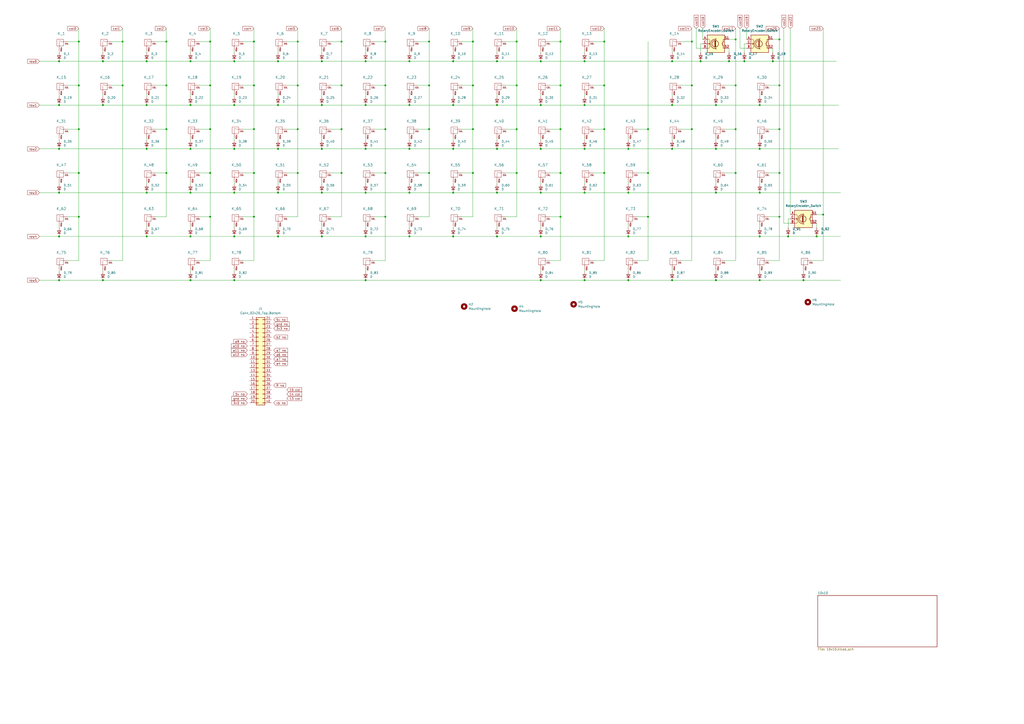
<source format=kicad_sch>
(kicad_sch (version 20231120) (generator "eeschema") (generator_version "8.0")
  (paper "A2")
  (junction (at 406.4 35.56))
  (junction (at 299.72 74.93))
  (junction (at 110.49 60.96))
  (junction (at 452.12 100.33))
  (junction (at 34.29 111.76))
  (junction (at 457.2 137.16))
  (junction (at 121.92 100.33))
  (junction (at 440.69 111.76))
  (junction (at 96.52 74.93))
  (junction (at 477.52 124.46))
  (junction (at 364.49 111.76))
  (junction (at 440.69 162.56))
  (junction (at 288.29 60.96))
  (junction (at 135.89 162.56))
  (junction (at 71.12 49.53))
  (junction (at 172.72 100.33))
  (junction (at 325.12 24.13))
  (junction (at 161.29 35.56))
  (junction (at 415.29 86.36))
  (junction (at 274.32 49.53))
  (junction (at 223.52 100.33))
  (junction (at 339.09 162.56))
  (junction (at 212.09 111.76))
  (junction (at 172.72 49.53))
  (junction (at 389.89 86.36))
  (junction (at 448.31 35.56))
  (junction (at 45.72 49.53))
  (junction (at 288.29 35.56))
  (junction (at 85.09 137.16))
  (junction (at 223.52 24.13))
  (junction (at 223.52 74.93))
  (junction (at 339.09 111.76))
  (junction (at 299.72 49.53))
  (junction (at 325.12 49.53))
  (junction (at 85.09 35.56))
  (junction (at 262.89 60.96))
  (junction (at 350.52 49.53))
  (junction (at 198.12 49.53))
  (junction (at 186.69 86.36))
  (junction (at 415.29 60.96))
  (junction (at 237.49 137.16))
  (junction (at 147.32 49.53))
  (junction (at 212.09 60.96))
  (junction (at 212.09 86.36))
  (junction (at 161.29 137.16))
  (junction (at 364.49 137.16))
  (junction (at 147.32 125.73))
  (junction (at 375.92 125.73))
  (junction (at 135.89 35.56))
  (junction (at 426.72 100.33))
  (junction (at 288.29 137.16))
  (junction (at 34.29 162.56))
  (junction (at 135.89 86.36))
  (junction (at 401.32 49.53))
  (junction (at 45.72 125.73))
  (junction (at 121.92 49.53))
  (junction (at 452.12 22.86))
  (junction (at 274.32 100.33))
  (junction (at 223.52 49.53))
  (junction (at 85.09 86.36))
  (junction (at 415.29 162.56))
  (junction (at 121.92 24.13))
  (junction (at 288.29 111.76))
  (junction (at 34.29 60.96))
  (junction (at 422.91 35.56))
  (junction (at 223.52 125.73))
  (junction (at 313.69 86.36))
  (junction (at 186.69 137.16))
  (junction (at 85.09 60.96))
  (junction (at 237.49 86.36))
  (junction (at 237.49 35.56))
  (junction (at 313.69 111.76))
  (junction (at 473.71 137.16))
  (junction (at 96.52 24.13))
  (junction (at 313.69 137.16))
  (junction (at 172.72 74.93))
  (junction (at 339.09 60.96))
  (junction (at 262.89 35.56))
  (junction (at 110.49 35.56))
  (junction (at 186.69 35.56))
  (junction (at 313.69 60.96))
  (junction (at 96.52 49.53))
  (junction (at 364.49 86.36))
  (junction (at 274.32 24.13))
  (junction (at 431.8 35.56))
  (junction (at 339.09 35.56))
  (junction (at 248.92 24.13))
  (junction (at 110.49 162.56))
  (junction (at 350.52 74.93))
  (junction (at 110.49 137.16))
  (junction (at 161.29 86.36))
  (junction (at 121.92 74.93))
  (junction (at 147.32 24.13))
  (junction (at 147.32 100.33))
  (junction (at 375.92 100.33))
  (junction (at 45.72 74.93))
  (junction (at 34.29 137.16))
  (junction (at 313.69 35.56))
  (junction (at 325.12 125.73))
  (junction (at 135.89 137.16))
  (junction (at 313.69 162.56))
  (junction (at 34.29 86.36))
  (junction (at 274.32 74.93))
  (junction (at 198.12 24.13))
  (junction (at 248.92 74.93))
  (junction (at 452.12 125.73))
  (junction (at 415.29 111.76))
  (junction (at 440.69 60.96))
  (junction (at 45.72 24.13))
  (junction (at 85.09 111.76))
  (junction (at 172.72 24.13))
  (junction (at 186.69 60.96))
  (junction (at 110.49 86.36))
  (junction (at 452.12 49.53))
  (junction (at 198.12 100.33))
  (junction (at 186.69 111.76))
  (junction (at 262.89 137.16))
  (junction (at 212.09 35.56))
  (junction (at 212.09 137.16))
  (junction (at 426.72 49.53))
  (junction (at 121.92 125.73))
  (junction (at 212.09 162.56))
  (junction (at 299.72 100.33))
  (junction (at 299.72 24.13))
  (junction (at 288.29 86.36))
  (junction (at 350.52 24.13))
  (junction (at 440.69 86.36))
  (junction (at 401.32 74.93))
  (junction (at 147.32 74.93))
  (junction (at 161.29 60.96))
  (junction (at 325.12 74.93))
  (junction (at 59.69 162.56))
  (junction (at 248.92 100.33))
  (junction (at 466.09 162.56))
  (junction (at 135.89 111.76))
  (junction (at 237.49 60.96))
  (junction (at 440.69 137.16))
  (junction (at 375.92 74.93))
  (junction (at 237.49 111.76))
  (junction (at 135.89 60.96))
  (junction (at 34.29 35.56))
  (junction (at 389.89 60.96))
  (junction (at 350.52 100.33))
  (junction (at 389.89 162.56))
  (junction (at 262.89 86.36))
  (junction (at 198.12 74.93))
  (junction (at 452.12 74.93))
  (junction (at 389.89 35.56))
  (junction (at 262.89 111.76))
  (junction (at 96.52 100.33))
  (junction (at 59.69 60.96))
  (junction (at 71.12 24.13))
  (junction (at 364.49 162.56))
  (junction (at 339.09 86.36))
  (junction (at 401.32 24.13))
  (junction (at 59.69 35.56))
  (junction (at 161.29 111.76))
  (junction (at 110.49 111.76))
  (junction (at 426.72 74.93))
  (junction (at 325.12 100.33))
  (junction (at 248.92 49.53))
  (junction (at 45.72 100.33))
  (junction (at 426.72 22.86))
  (wire (pts (xy 186.69 35.56) (xy 212.09 35.56)))
  (wire (pts (xy 90.17 100.33) (xy 96.52 100.33)))
  (wire (pts (xy 22.86 162.56) (xy 34.29 162.56)))
  (wire (pts (xy 217.17 24.13) (xy 223.52 24.13)))
  (wire (pts (xy 198.12 16.51) (xy 198.12 24.13)))
  (wire (pts (xy 212.09 29.21) (xy 212.09 30.48)))
  (wire (pts (xy 426.72 16.51) (xy 426.72 22.86)))
  (wire (pts (xy 440.69 86.36) (xy 486.41 86.36)))
  (wire (pts (xy 325.12 74.93) (xy 325.12 49.53)))
  (wire (pts (xy 237.49 105.41) (xy 237.49 106.68)))
  (wire (pts (xy 299.72 125.73) (xy 299.72 100.33)))
  (wire (pts (xy 267.97 49.53) (xy 274.32 49.53)))
  (wire (pts (xy 389.89 35.56) (xy 406.4 35.56)))
  (wire (pts (xy 267.97 74.93) (xy 274.32 74.93)))
  (wire (pts (xy 223.52 100.33) (xy 223.52 74.93)))
  (wire (pts (xy 85.09 80.01) (xy 85.09 81.28)))
  (wire (pts (xy 452.12 74.93) (xy 452.12 49.53)))
  (wire (pts (xy 318.77 151.13) (xy 325.12 151.13)))
  (wire (pts (xy 415.29 105.41) (xy 415.29 106.68)))
  (wire (pts (xy 198.12 24.13) (xy 198.12 49.53)))
  (wire (pts (xy 110.49 156.21) (xy 110.49 157.48)))
  (wire (pts (xy 212.09 162.56) (xy 313.69 162.56)))
  (wire (pts (xy 293.37 24.13) (xy 299.72 24.13)))
  (wire (pts (xy 344.17 24.13) (xy 350.52 24.13)))
  (wire (pts (xy 186.69 60.96) (xy 212.09 60.96)))
  (wire (pts (xy 110.49 105.41) (xy 110.49 106.68)))
  (wire (pts (xy 473.71 137.16) (xy 487.68 137.16)))
  (wire (pts (xy 34.29 60.96) (xy 59.69 60.96)))
  (wire (pts (xy 39.37 151.13) (xy 45.72 151.13)))
  (wire (pts (xy 403.86 16.51) (xy 403.86 27.94)))
  (wire (pts (xy 433.07 25.4) (xy 431.8 25.4)))
  (wire (pts (xy 34.29 156.21) (xy 34.29 157.48)))
  (wire (pts (xy 161.29 54.61) (xy 161.29 55.88)))
  (wire (pts (xy 147.32 100.33) (xy 147.32 74.93)))
  (wire (pts (xy 34.29 105.41) (xy 34.29 106.68)))
  (wire (pts (xy 22.86 35.56) (xy 34.29 35.56)))
  (wire (pts (xy 369.57 125.73) (xy 375.92 125.73)))
  (wire (pts (xy 350.52 16.51) (xy 350.52 24.13)))
  (wire (pts (xy 223.52 125.73) (xy 223.52 100.33)))
  (wire (pts (xy 288.29 80.01) (xy 288.29 81.28)))
  (wire (pts (xy 115.57 74.93) (xy 121.92 74.93)))
  (wire (pts (xy 364.49 80.01) (xy 364.49 81.28)))
  (wire (pts (xy 299.72 74.93) (xy 299.72 49.53)))
  (wire (pts (xy 90.17 125.73) (xy 96.52 125.73)))
  (wire (pts (xy 293.37 100.33) (xy 299.72 100.33)))
  (wire (pts (xy 198.12 100.33) (xy 198.12 74.93)))
  (wire (pts (xy 313.69 86.36) (xy 339.09 86.36)))
  (wire (pts (xy 237.49 35.56) (xy 262.89 35.56)))
  (wire (pts (xy 198.12 74.93) (xy 198.12 49.53)))
  (wire (pts (xy 166.37 74.93) (xy 172.72 74.93)))
  (wire (pts (xy 212.09 105.41) (xy 212.09 106.68)))
  (wire (pts (xy 440.69 54.61) (xy 440.69 55.88)))
  (wire (pts (xy 339.09 60.96) (xy 389.89 60.96)))
  (wire (pts (xy 350.52 151.13) (xy 350.52 100.33)))
  (wire (pts (xy 433.07 27.94) (xy 429.26 27.94)))
  (wire (pts (xy 212.09 111.76) (xy 237.49 111.76)))
  (wire (pts (xy 313.69 105.41) (xy 313.69 106.68)))
  (wire (pts (xy 110.49 54.61) (xy 110.49 55.88)))
  (wire (pts (xy 237.49 60.96) (xy 262.89 60.96)))
  (wire (pts (xy 426.72 100.33) (xy 426.72 151.13)))
  (wire (pts (xy 288.29 137.16) (xy 313.69 137.16)))
  (wire (pts (xy 198.12 125.73) (xy 198.12 100.33)))
  (wire (pts (xy 237.49 86.36) (xy 262.89 86.36)))
  (wire (pts (xy 34.29 86.36) (xy 85.09 86.36)))
  (wire (pts (xy 135.89 29.21) (xy 135.89 30.48)))
  (wire (pts (xy 39.37 100.33) (xy 45.72 100.33)))
  (wire (pts (xy 135.89 111.76) (xy 161.29 111.76)))
  (wire (pts (xy 448.31 35.56) (xy 485.14 35.56)))
  (wire (pts (xy 135.89 54.61) (xy 135.89 55.88)))
  (wire (pts (xy 389.89 162.56) (xy 415.29 162.56)))
  (wire (pts (xy 262.89 80.01) (xy 262.89 81.28)))
  (wire (pts (xy 115.57 100.33) (xy 121.92 100.33)))
  (wire (pts (xy 121.92 151.13) (xy 121.92 125.73)))
  (wire (pts (xy 59.69 54.61) (xy 59.69 55.88)))
  (wire (pts (xy 217.17 49.53) (xy 223.52 49.53)))
  (wire (pts (xy 115.57 49.53) (xy 121.92 49.53)))
  (wire (pts (xy 135.89 156.21) (xy 135.89 157.48)))
  (wire (pts (xy 293.37 74.93) (xy 299.72 74.93)))
  (wire (pts (xy 415.29 111.76) (xy 440.69 111.76)))
  (wire (pts (xy 401.32 16.51) (xy 401.32 24.13)))
  (wire (pts (xy 262.89 130.81) (xy 262.89 132.08)))
  (wire (pts (xy 440.69 111.76) (xy 487.68 111.76)))
  (wire (pts (xy 445.77 100.33) (xy 452.12 100.33)))
  (wire (pts (xy 59.69 156.21) (xy 59.69 157.48)))
  (wire (pts (xy 186.69 54.61) (xy 186.69 55.88)))
  (wire (pts (xy 85.09 137.16) (xy 110.49 137.16)))
  (wire (pts (xy 186.69 111.76) (xy 212.09 111.76)))
  (wire (pts (xy 471.17 151.13) (xy 477.52 151.13)))
  (wire (pts (xy 242.57 125.73) (xy 248.92 125.73)))
  (wire (pts (xy 375.92 125.73) (xy 375.92 100.33)))
  (wire (pts (xy 445.77 49.53) (xy 452.12 49.53)))
  (wire (pts (xy 110.49 80.01) (xy 110.49 81.28)))
  (wire (pts (xy 274.32 24.13) (xy 274.32 49.53)))
  (wire (pts (xy 364.49 130.81) (xy 364.49 132.08)))
  (wire (pts (xy 135.89 105.41) (xy 135.89 106.68)))
  (wire (pts (xy 344.17 49.53) (xy 350.52 49.53)))
  (wire (pts (xy 452.12 22.86) (xy 452.12 49.53)))
  (wire (pts (xy 313.69 29.21) (xy 313.69 30.48)))
  (wire (pts (xy 293.37 49.53) (xy 299.72 49.53)))
  (wire (pts (xy 262.89 111.76) (xy 288.29 111.76)))
  (wire (pts (xy 431.8 35.56) (xy 448.31 35.56)))
  (wire (pts (xy 191.77 49.53) (xy 198.12 49.53)))
  (wire (pts (xy 34.29 29.21) (xy 34.29 30.48)))
  (wire (pts (xy 85.09 35.56) (xy 110.49 35.56)))
  (wire (pts (xy 59.69 29.21) (xy 59.69 30.48)))
  (wire (pts (xy 135.89 86.36) (xy 161.29 86.36)))
  (wire (pts (xy 217.17 151.13) (xy 223.52 151.13)))
  (wire (pts (xy 422.91 22.86) (xy 426.72 22.86)))
  (wire (pts (xy 477.52 124.46) (xy 477.52 151.13)))
  (wire (pts (xy 110.49 130.81) (xy 110.49 132.08)))
  (wire (pts (xy 212.09 137.16) (xy 237.49 137.16)))
  (wire (pts (xy 166.37 100.33) (xy 172.72 100.33)))
  (wire (pts (xy 318.77 74.93) (xy 325.12 74.93)))
  (wire (pts (xy 325.12 100.33) (xy 325.12 74.93)))
  (wire (pts (xy 339.09 54.61) (xy 339.09 55.88)))
  (wire (pts (xy 389.89 156.21) (xy 389.89 157.48)))
  (wire (pts (xy 454.66 16.51) (xy 454.66 129.54)))
  (wire (pts (xy 375.92 24.13) (xy 375.92 74.93)))
  (wire (pts (xy 45.72 16.51) (xy 45.72 24.13)))
  (wire (pts (xy 140.97 74.93) (xy 147.32 74.93)))
  (wire (pts (xy 110.49 60.96) (xy 135.89 60.96)))
  (wire (pts (xy 161.29 86.36) (xy 186.69 86.36)))
  (wire (pts (xy 96.52 16.51) (xy 96.52 24.13)))
  (wire (pts (xy 288.29 86.36) (xy 313.69 86.36)))
  (wire (pts (xy 262.89 29.21) (xy 262.89 30.48)))
  (wire (pts (xy 115.57 24.13) (xy 121.92 24.13)))
  (wire (pts (xy 440.69 105.41) (xy 440.69 106.68)))
  (wire (pts (xy 406.4 35.56) (xy 422.91 35.56)))
  (wire (pts (xy 339.09 105.41) (xy 339.09 106.68)))
  (wire (pts (xy 212.09 35.56) (xy 237.49 35.56)))
  (wire (pts (xy 96.52 74.93) (xy 96.52 49.53)))
  (wire (pts (xy 420.37 100.33) (xy 426.72 100.33)))
  (wire (pts (xy 223.52 24.13) (xy 223.52 49.53)))
  (wire (pts (xy 22.86 86.36) (xy 34.29 86.36)))
  (wire (pts (xy 422.91 35.56) (xy 431.8 35.56)))
  (wire (pts (xy 262.89 54.61) (xy 262.89 55.88)))
  (wire (pts (xy 394.97 151.13) (xy 401.32 151.13)))
  (wire (pts (xy 161.29 80.01) (xy 161.29 81.28)))
  (wire (pts (xy 288.29 54.61) (xy 288.29 55.88)))
  (wire (pts (xy 350.52 100.33) (xy 350.52 74.93)))
  (wire (pts (xy 448.31 27.94) (xy 448.31 30.48)))
  (wire (pts (xy 212.09 54.61) (xy 212.09 55.88)))
  (wire (pts (xy 217.17 100.33) (xy 223.52 100.33)))
  (wire (pts (xy 237.49 80.01) (xy 237.49 81.28)))
  (wire (pts (xy 237.49 54.61) (xy 237.49 55.88)))
  (wire (pts (xy 212.09 130.81) (xy 212.09 132.08)))
  (wire (pts (xy 237.49 111.76) (xy 262.89 111.76)))
  (wire (pts (xy 288.29 60.96) (xy 313.69 60.96)))
  (wire (pts (xy 248.92 100.33) (xy 248.92 74.93)))
  (wire (pts (xy 407.67 16.51) (xy 407.67 22.86)))
  (wire (pts (xy 262.89 86.36) (xy 288.29 86.36)))
  (wire (pts (xy 140.97 100.33) (xy 147.32 100.33)))
  (wire (pts (xy 426.72 74.93) (xy 426.72 49.53)))
  (wire (pts (xy 406.4 25.4) (xy 406.4 30.48)))
  (wire (pts (xy 364.49 86.36) (xy 389.89 86.36)))
  (wire (pts (xy 350.52 74.93) (xy 350.52 49.53)))
  (wire (pts (xy 389.89 86.36) (xy 415.29 86.36)))
  (wire (pts (xy 22.86 111.76) (xy 34.29 111.76)))
  (wire (pts (xy 344.17 100.33) (xy 350.52 100.33)))
  (wire (pts (xy 135.89 80.01) (xy 135.89 81.28)))
  (wire (pts (xy 394.97 24.13) (xy 401.32 24.13)))
  (wire (pts (xy 288.29 35.56) (xy 313.69 35.56)))
  (wire (pts (xy 262.89 137.16) (xy 288.29 137.16)))
  (wire (pts (xy 45.72 125.73) (xy 45.72 100.33)))
  (wire (pts (xy 458.47 127) (xy 457.2 127)))
  (wire (pts (xy 242.57 100.33) (xy 248.92 100.33)))
  (wire (pts (xy 217.17 74.93) (xy 223.52 74.93)))
  (wire (pts (xy 85.09 60.96) (xy 110.49 60.96)))
  (wire (pts (xy 440.69 162.56) (xy 466.09 162.56)))
  (wire (pts (xy 344.17 151.13) (xy 350.52 151.13)))
  (wire (pts (xy 90.17 24.13) (xy 96.52 24.13)))
  (wire (pts (xy 339.09 29.21) (xy 339.09 30.48)))
  (wire (pts (xy 457.2 127) (xy 457.2 132.08)))
  (wire (pts (xy 407.67 27.94) (xy 403.86 27.94)))
  (wire (pts (xy 364.49 137.16) (xy 440.69 137.16)))
  (wire (pts (xy 458.47 129.54) (xy 454.66 129.54)))
  (wire (pts (xy 191.77 74.93) (xy 198.12 74.93)))
  (wire (pts (xy 191.77 100.33) (xy 198.12 100.33)))
  (wire (pts (xy 274.32 100.33) (xy 274.32 74.93)))
  (wire (pts (xy 147.32 24.13) (xy 147.32 49.53)))
  (wire (pts (xy 325.12 151.13) (xy 325.12 125.73)))
  (wire (pts (xy 440.69 60.96) (xy 486.41 60.96)))
  (wire (pts (xy 313.69 162.56) (xy 339.09 162.56)))
  (wire (pts (xy 85.09 130.81) (xy 85.09 132.08)))
  (wire (pts (xy 325.12 16.51) (xy 325.12 24.13)))
  (wire (pts (xy 186.69 105.41) (xy 186.69 106.68)))
  (wire (pts (xy 288.29 111.76) (xy 313.69 111.76)))
  (wire (pts (xy 166.37 125.73) (xy 172.72 125.73)))
  (wire (pts (xy 429.26 16.51) (xy 429.26 27.94)))
  (wire (pts (xy 110.49 86.36) (xy 135.89 86.36)))
  (wire (pts (xy 212.09 86.36) (xy 237.49 86.36)))
  (wire (pts (xy 172.72 16.51) (xy 172.72 24.13)))
  (wire (pts (xy 415.29 86.36) (xy 440.69 86.36)))
  (wire (pts (xy 389.89 29.21) (xy 389.89 30.48)))
  (wire (pts (xy 217.17 125.73) (xy 223.52 125.73)))
  (wire (pts (xy 364.49 111.76) (xy 415.29 111.76)))
  (wire (pts (xy 339.09 111.76) (xy 364.49 111.76)))
  (wire (pts (xy 288.29 130.81) (xy 288.29 132.08)))
  (wire (pts (xy 237.49 130.81) (xy 237.49 132.08)))
  (wire (pts (xy 445.77 125.73) (xy 452.12 125.73)))
  (wire (pts (xy 452.12 100.33) (xy 452.12 74.93)))
  (wire (pts (xy 458.47 16.51) (xy 458.47 124.46)))
  (wire (pts (xy 140.97 24.13) (xy 147.32 24.13)))
  (wire (pts (xy 318.77 49.53) (xy 325.12 49.53)))
  (wire (pts (xy 237.49 137.16) (xy 262.89 137.16)))
  (wire (pts (xy 339.09 35.56) (xy 389.89 35.56)))
  (wire (pts (xy 420.37 49.53) (xy 426.72 49.53)))
  (wire (pts (xy 34.29 137.16) (xy 85.09 137.16)))
  (wire (pts (xy 325.12 125.73) (xy 325.12 100.33)))
  (wire (pts (xy 186.69 137.16) (xy 212.09 137.16)))
  (wire (pts (xy 22.86 137.16) (xy 34.29 137.16)))
  (wire (pts (xy 64.77 24.13) (xy 71.12 24.13)))
  (wire (pts (xy 140.97 49.53) (xy 147.32 49.53)))
  (wire (pts (xy 375.92 151.13) (xy 375.92 125.73)))
  (wire (pts (xy 161.29 29.21) (xy 161.29 30.48)))
  (wire (pts (xy 45.72 74.93) (xy 45.72 49.53)))
  (wire (pts (xy 172.72 24.13) (xy 172.72 49.53)))
  (wire (pts (xy 59.69 35.56) (xy 85.09 35.56)))
  (wire (pts (xy 339.09 162.56) (xy 364.49 162.56)))
  (wire (pts (xy 364.49 162.56) (xy 389.89 162.56)))
  (wire (pts (xy 135.89 162.56) (xy 212.09 162.56)))
  (wire (pts (xy 161.29 60.96) (xy 186.69 60.96)))
  (wire (pts (xy 248.92 74.93) (xy 248.92 49.53)))
  (wire (pts (xy 147.32 125.73) (xy 147.32 100.33)))
  (wire (pts (xy 473.71 124.46) (xy 477.52 124.46)))
  (wire (pts (xy 39.37 49.53) (xy 45.72 49.53)))
  (wire (pts (xy 59.69 162.56) (xy 110.49 162.56)))
  (wire (pts (xy 242.57 74.93) (xy 248.92 74.93)))
  (wire (pts (xy 248.92 24.13) (xy 248.92 49.53)))
  (wire (pts (xy 274.32 125.73) (xy 274.32 100.33)))
  (wire (pts (xy 440.69 80.01) (xy 440.69 81.28)))
  (wire (pts (xy 85.09 105.41) (xy 85.09 106.68)))
  (wire (pts (xy 135.89 35.56) (xy 161.29 35.56)))
  (wire (pts (xy 59.69 60.96) (xy 85.09 60.96)))
  (wire (pts (xy 45.72 24.13) (xy 45.72 49.53)))
  (wire (pts (xy 364.49 105.41) (xy 364.49 106.68)))
  (wire (pts (xy 212.09 80.01) (xy 212.09 81.28)))
  (wire (pts (xy 452.12 16.51) (xy 452.12 22.86)))
  (wire (pts (xy 71.12 24.13) (xy 71.12 49.53)))
  (wire (pts (xy 248.92 16.51) (xy 248.92 24.13)))
  (wire (pts (xy 248.92 125.73) (xy 248.92 100.33)))
  (wire (pts (xy 223.52 16.51) (xy 223.52 24.13)))
  (wire (pts (xy 267.97 125.73) (xy 274.32 125.73)))
  (wire (pts (xy 440.69 137.16) (xy 457.2 137.16)))
  (wire (pts (xy 34.29 111.76) (xy 85.09 111.76)))
  (wire (pts (xy 466.09 156.21) (xy 466.09 157.48)))
  (wire (pts (xy 433.07 16.51) (xy 433.07 22.86)))
  (wire (pts (xy 237.49 29.21) (xy 237.49 30.48)))
  (wire (pts (xy 415.29 156.21) (xy 415.29 157.48)))
  (wire (pts (xy 364.49 156.21) (xy 364.49 157.48)))
  (wire (pts (xy 147.32 74.93) (xy 147.32 49.53)))
  (wire (pts (xy 440.69 130.81) (xy 440.69 132.08)))
  (wire (pts (xy 313.69 35.56) (xy 339.09 35.56)))
  (wire (pts (xy 394.97 49.53) (xy 401.32 49.53)))
  (wire (pts (xy 85.09 54.61) (xy 85.09 55.88)))
  (wire (pts (xy 369.57 100.33) (xy 375.92 100.33)))
  (wire (pts (xy 115.57 125.73) (xy 121.92 125.73)))
  (wire (pts (xy 172.72 74.93) (xy 172.72 49.53)))
  (wire (pts (xy 90.17 74.93) (xy 96.52 74.93)))
  (wire (pts (xy 313.69 137.16) (xy 364.49 137.16)))
  (wire (pts (xy 166.37 49.53) (xy 172.72 49.53)))
  (wire (pts (xy 85.09 111.76) (xy 110.49 111.76)))
  (wire (pts (xy 186.69 29.21) (xy 186.69 30.48)))
  (wire (pts (xy 186.69 86.36) (xy 212.09 86.36)))
  (wire (pts (xy 369.57 151.13) (xy 375.92 151.13)))
  (wire (pts (xy 339.09 80.01) (xy 339.09 81.28)))
  (wire (pts (xy 339.09 156.21) (xy 339.09 157.48)))
  (wire (pts (xy 45.72 151.13) (xy 45.72 125.73)))
  (wire (pts (xy 313.69 130.81) (xy 313.69 132.08)))
  (wire (pts (xy 426.72 22.86) (xy 426.72 49.53)))
  (wire (pts (xy 369.57 74.93) (xy 375.92 74.93)))
  (wire (pts (xy 71.12 49.53) (xy 71.12 151.13)))
  (wire (pts (xy 135.89 137.16) (xy 161.29 137.16)))
  (wire (pts (xy 223.52 151.13) (xy 223.52 125.73)))
  (wire (pts (xy 299.72 16.51) (xy 299.72 24.13)))
  (wire (pts (xy 431.8 25.4) (xy 431.8 30.48)))
  (wire (pts (xy 262.89 60.96) (xy 288.29 60.96)))
  (wire (pts (xy 389.89 80.01) (xy 389.89 81.28)))
  (wire (pts (xy 242.57 49.53) (xy 248.92 49.53)))
  (wire (pts (xy 299.72 100.33) (xy 299.72 74.93)))
  (wire (pts (xy 426.72 100.33) (xy 426.72 74.93)))
  (wire (pts (xy 147.32 151.13) (xy 147.32 125.73)))
  (wire (pts (xy 96.52 24.13) (xy 96.52 49.53)))
  (wire (pts (xy 121.92 24.13) (xy 121.92 49.53)))
  (wire (pts (xy 445.77 151.13) (xy 452.12 151.13)))
  (wire (pts (xy 223.52 74.93) (xy 223.52 49.53)))
  (wire (pts (xy 452.12 151.13) (xy 452.12 125.73)))
  (wire (pts (xy 318.77 100.33) (xy 325.12 100.33)))
  (wire (pts (xy 262.89 35.56) (xy 288.29 35.56)))
  (wire (pts (xy 110.49 162.56) (xy 135.89 162.56)))
  (wire (pts (xy 267.97 100.33) (xy 274.32 100.33)))
  (wire (pts (xy 415.29 162.56) (xy 440.69 162.56)))
  (wire (pts (xy 448.31 22.86) (xy 452.12 22.86)))
  (wire (pts (xy 318.77 24.13) (xy 325.12 24.13)))
  (wire (pts (xy 274.32 74.93) (xy 274.32 49.53)))
  (wire (pts (xy 452.12 125.73) (xy 452.12 100.33)))
  (wire (pts (xy 161.29 137.16) (xy 186.69 137.16)))
  (wire (pts (xy 242.57 24.13) (xy 248.92 24.13)))
  (wire (pts (xy 401.32 24.13) (xy 401.32 49.53)))
  (wire (pts (xy 415.29 60.96) (xy 440.69 60.96)))
  (wire (pts (xy 172.72 125.73) (xy 172.72 100.33)))
  (wire (pts (xy 161.29 130.81) (xy 161.29 132.08)))
  (wire (pts (xy 389.89 54.61) (xy 389.89 55.88)))
  (wire (pts (xy 110.49 35.56) (xy 135.89 35.56)))
  (wire (pts (xy 389.89 60.96) (xy 415.29 60.96)))
  (wire (pts (xy 135.89 60.96) (xy 161.29 60.96)))
  (wire (pts (xy 140.97 151.13) (xy 147.32 151.13)))
  (wire (pts (xy 293.37 125.73) (xy 299.72 125.73)))
  (wire (pts (xy 64.77 49.53) (xy 71.12 49.53)))
  (wire (pts (xy 96.52 100.33) (xy 96.52 74.93)))
  (wire (pts (xy 313.69 60.96) (xy 339.09 60.96)))
  (wire (pts (xy 375.92 100.33) (xy 375.92 74.93)))
  (wire (pts (xy 186.69 80.01) (xy 186.69 81.28)))
  (wire (pts (xy 147.32 16.51) (xy 147.32 24.13)))
  (wire (pts (xy 267.97 24.13) (xy 274.32 24.13)))
  (wire (pts (xy 339.09 86.36) (xy 364.49 86.36)))
  (wire (pts (xy 274.32 16.51) (xy 274.32 24.13)))
  (wire (pts (xy 473.71 129.54) (xy 473.71 132.08)))
  (wire (pts (xy 401.32 151.13) (xy 401.32 74.93)))
  (wire (pts (xy 22.86 60.96) (xy 34.29 60.96)))
  (wire (pts (xy 39.37 125.73) (xy 45.72 125.73)))
  (wire (pts (xy 34.29 35.56) (xy 59.69 35.56)))
  (wire (pts (xy 121.92 16.51) (xy 121.92 24.13)))
  (wire (pts (xy 45.72 100.33) (xy 45.72 74.93)))
  (wire (pts (xy 85.09 29.21) (xy 85.09 30.48)))
  (wire (pts (xy 313.69 80.01) (xy 313.69 81.28)))
  (wire (pts (xy 161.29 35.56) (xy 186.69 35.56)))
  (wire (pts (xy 161.29 105.41) (xy 161.29 106.68)))
  (wire (pts (xy 140.97 125.73) (xy 147.32 125.73)))
  (wire (pts (xy 34.29 130.81) (xy 34.29 132.08)))
  (wire (pts (xy 457.2 137.16) (xy 473.71 137.16)))
  (wire (pts (xy 445.77 74.93) (xy 452.12 74.93)))
  (wire (pts (xy 313.69 54.61) (xy 313.69 55.88)))
  (wire (pts (xy 407.67 25.4) (xy 406.4 25.4)))
  (wire (pts (xy 262.89 105.41) (xy 262.89 106.68)))
  (wire (pts (xy 440.69 156.21) (xy 440.69 157.48)))
  (wire (pts (xy 85.09 86.36) (xy 110.49 86.36)))
  (wire (pts (xy 34.29 54.61) (xy 34.29 55.88)))
  (wire (pts (xy 477.52 16.51) (xy 477.52 124.46)))
  (wire (pts (xy 135.89 130.81) (xy 135.89 132.08)))
  (wire (pts (xy 313.69 156.21) (xy 313.69 157.48)))
  (wire (pts (xy 299.72 24.13) (xy 299.72 49.53)))
  (wire (pts (xy 39.37 24.13) (xy 45.72 24.13)))
  (wire (pts (xy 172.72 100.33) (xy 172.72 74.93)))
  (wire (pts (xy 121.92 125.73) (xy 121.92 100.33)))
  (wire (pts (xy 318.77 125.73) (xy 325.12 125.73)))
  (wire (pts (xy 96.52 125.73) (xy 96.52 100.33)))
  (wire (pts (xy 422.91 27.94) (xy 422.91 30.48)))
  (wire (pts (xy 71.12 16.51) (xy 71.12 24.13)))
  (wire (pts (xy 191.77 125.73) (xy 198.12 125.73)))
  (wire (pts (xy 110.49 111.76) (xy 135.89 111.76)))
  (wire (pts (xy 401.32 74.93) (xy 401.32 49.53)))
  (wire (pts (xy 313.69 111.76) (xy 339.09 111.76)))
  (wire (pts (xy 191.77 24.13) (xy 198.12 24.13)))
  (wire (pts (xy 34.29 80.01) (xy 34.29 81.28)))
  (wire (pts (xy 420.37 151.13) (xy 426.72 151.13)))
  (wire (pts (xy 325.12 24.13) (xy 325.12 49.53)))
  (wire (pts (xy 394.97 74.93) (xy 401.32 74.93)))
  (wire (pts (xy 110.49 137.16) (xy 135.89 137.16)))
  (wire (pts (xy 121.92 100.33) (xy 121.92 74.93)))
  (wire (pts (xy 161.29 111.76) (xy 186.69 111.76)))
  (wire (pts (xy 344.17 74.93) (xy 350.52 74.93)))
  (wire (pts (xy 288.29 29.21) (xy 288.29 30.48)))
  (wire (pts (xy 350.52 24.13) (xy 350.52 49.53)))
  (wire (pts (xy 288.29 105.41) (xy 288.29 106.68)))
  (wire (pts (xy 212.09 156.21) (xy 212.09 157.48)))
  (wire (pts (xy 420.37 74.93) (xy 426.72 74.93)))
  (wire (pts (xy 415.29 80.01) (xy 415.29 81.28)))
  (wire (pts (xy 166.37 24.13) (xy 172.72 24.13)))
  (wire (pts (xy 186.69 130.81) (xy 186.69 132.08)))
  (wire (pts (xy 466.09 162.56) (xy 487.68 162.56)))
  (wire (pts (xy 64.77 151.13) (xy 71.12 151.13)))
  (wire (pts (xy 90.17 49.53) (xy 96.52 49.53)))
  (wire (pts (xy 415.29 54.61) (xy 415.29 55.88)))
  (wire (pts (xy 110.49 29.21) (xy 110.49 30.48)))
  (wire (pts (xy 115.57 151.13) (xy 121.92 151.13)))
  (wire (pts (xy 39.37 74.93) (xy 45.72 74.93)))
  (wire (pts (xy 34.29 162.56) (xy 59.69 162.56)))
  (wire (pts (xy 212.09 60.96) (xy 237.49 60.96)))
  (wire (pts (xy 121.92 74.93) (xy 121.92 49.53)))
  (global_label "col19" (shape input) (at 433.07 16.51 90) (property "Intersheetrefs" "${INTERSHEET_REFS}" (effects (hide yes))))
  (global_label "col18" (shape input) (at 429.26 16.51 90) (property "Intersheetrefs" "${INTERSHEET_REFS}" (effects (hide yes))))
  (global_label "col5" (shape input) (at 172.72 16.51 180) (property "Intersheetrefs" "${INTERSHEET_REFS}" (effects (hide yes))))
  (global_label "col20" (shape input) (at 452.12 16.51 180) (property "Intersheetrefs" "${INTERSHEET_REFS}" (effects (hide yes))))
  (global_label "col9" (shape input) (at 274.32 16.51 180) (property "Intersheetrefs" "${INTERSHEET_REFS}" (effects (hide yes))))
  (global_label "a10 no" (shape input) (at 143.51 200.66 180) (property "Intersheetrefs" "${INTERSHEET_REFS}" (effects (hide yes))))
  (global_label "col11" (shape input) (at 325.12 16.51 180) (property "Intersheetrefs" "${INTERSHEET_REFS}" (effects (hide yes))))
  (global_label "col15" (shape input) (at 403.86 16.51 90) (property "Intersheetrefs" "${INTERSHEET_REFS}" (effects (hide yes))))
  (global_label "a7 no" (shape input) (at 158.75 203.2 0) (property "Intersheetrefs" "${INTERSHEET_REFS}" (effects (hide yes))))
  (global_label "col4" (shape input) (at 147.32 16.51 180) (property "Intersheetrefs" "${INTERSHEET_REFS}" (effects (hide yes))))
  (global_label "col1" (shape input) (at 71.12 16.51 180) (property "Intersheetrefs" "${INTERSHEET_REFS}" (effects (hide yes))))
  (global_label "col22" (shape input) (at 458.47 16.51 90) (property "Intersheetrefs" "${INTERSHEET_REFS}" (effects (hide yes))))
  (global_label "gnd no" (shape input) (at 143.51 231.14 180) (property "Intersheetrefs" "${INTERSHEET_REFS}" (effects (hide yes))))
  (global_label "row0" (shape input) (at 22.86 35.56 180) (property "Intersheetrefs" "${INTERSHEET_REFS}" (effects (hide yes))))
  (global_label "row2" (shape input) (at 22.86 86.36 180) (property "Intersheetrefs" "${INTERSHEET_REFS}" (effects (hide yes))))
  (global_label "a6 no" (shape input) (at 158.75 205.74 0) (property "Intersheetrefs" "${INTERSHEET_REFS}" (effects (hide yes))))
  (global_label "5v no" (shape input) (at 158.75 185.42 0) (property "Intersheetrefs" "${INTERSHEET_REFS}" (effects (hide yes))))
  (global_label "col17" (shape input) (at 426.72 16.51 180) (property "Intersheetrefs" "${INTERSHEET_REFS}" (effects (hide yes))))
  (global_label "a11 no" (shape input) (at 143.51 203.2 180) (property "Intersheetrefs" "${INTERSHEET_REFS}" (effects (hide yes))))
  (global_label "col21" (shape input) (at 454.66 16.51 90) (property "Intersheetrefs" "${INTERSHEET_REFS}" (effects (hide yes))))
  (global_label "15 col" (shape input) (at 166.37 226.06 0) (property "Intersheetrefs" "${INTERSHEET_REFS}" (effects (hide yes))))
  (global_label "col3" (shape input) (at 121.92 16.51 180) (property "Intersheetrefs" "${INTERSHEET_REFS}" (effects (hide yes))))
  (global_label "row1" (shape input) (at 22.86 60.96 180) (property "Intersheetrefs" "${INTERSHEET_REFS}" (effects (hide yes))))
  (global_label "col12" (shape input) (at 350.52 16.51 180) (property "Intersheetrefs" "${INTERSHEET_REFS}" (effects (hide yes))))
  (global_label "row4" (shape input) (at 22.86 137.16 180) (property "Intersheetrefs" "${INTERSHEET_REFS}" (effects (hide yes))))
  (global_label "col6" (shape input) (at 198.12 16.51 180) (property "Intersheetrefs" "${INTERSHEET_REFS}" (effects (hide yes))))
  (global_label "R no" (shape input) (at 158.75 223.52 0) (property "Intersheetrefs" "${INTERSHEET_REFS}" (effects (hide yes))))
  (global_label "vb no" (shape input) (at 158.75 233.68 0) (property "Intersheetrefs" "${INTERSHEET_REFS}" (effects (hide yes))))
  (global_label "a4 no" (shape input) (at 158.75 210.82 0) (property "Intersheetrefs" "${INTERSHEET_REFS}" (effects (hide yes))))
  (global_label "gnd no" (shape input) (at 158.75 187.96 0) (property "Intersheetrefs" "${INTERSHEET_REFS}" (effects (hide yes))))
  (global_label "a12 no" (shape input) (at 143.51 205.74 180) (property "Intersheetrefs" "${INTERSHEET_REFS}" (effects (hide yes))))
  (global_label "col23" (shape input) (at 477.52 16.51 180) (property "Intersheetrefs" "${INTERSHEET_REFS}" (effects (hide yes))))
  (global_label "3v3 no" (shape input) (at 143.51 233.68 180) (property "Intersheetrefs" "${INTERSHEET_REFS}" (effects (hide yes))))
  (global_label "row5" (shape input) (at 22.86 162.56 180) (property "Intersheetrefs" "${INTERSHEET_REFS}" (effects (hide yes))))
  (global_label "b2 no" (shape input) (at 158.75 195.58 0) (property "Intersheetrefs" "${INTERSHEET_REFS}" (effects (hide yes))))
  (global_label "a9 no" (shape input) (at 143.51 198.12 180) (property "Intersheetrefs" "${INTERSHEET_REFS}" (effects (hide yes))))
  (global_label "a7 no" (shape input) (at 158.75 208.28 0) (property "Intersheetrefs" "${INTERSHEET_REFS}" (effects (hide yes))))
  (global_label "col2" (shape input) (at 96.52 16.51 180) (property "Intersheetrefs" "${INTERSHEET_REFS}" (effects (hide yes))))
  (global_label "col8" (shape input) (at 248.92 16.51 180) (property "Intersheetrefs" "${INTERSHEET_REFS}" (effects (hide yes))))
  (global_label "5v no" (shape input) (at 143.51 228.6 180) (property "Intersheetrefs" "${INTERSHEET_REFS}" (effects (hide yes))))
  (global_label "col16" (shape input) (at 407.67 16.51 90) (property "Intersheetrefs" "${INTERSHEET_REFS}" (effects (hide yes))))
  (global_label "13 col" (shape input) (at 166.37 231.14 0) (property "Intersheetrefs" "${INTERSHEET_REFS}" (effects (hide yes))))
  (global_label "14 col" (shape input) (at 166.37 228.6 0) (property "Intersheetrefs" "${INTERSHEET_REFS}" (effects (hide yes))))
  (global_label "col14" (shape input) (at 401.32 16.51 180) (property "Intersheetrefs" "${INTERSHEET_REFS}" (effects (hide yes))))
  (global_label "col7" (shape input) (at 223.52 16.51 180) (property "Intersheetrefs" "${INTERSHEET_REFS}" (effects (hide yes))))
  (global_label "3v3 no" (shape input) (at 158.75 190.5 0) (property "Intersheetrefs" "${INTERSHEET_REFS}" (effects (hide yes))))
  (global_label "col10" (shape input) (at 299.72 16.51 180) (property "Intersheetrefs" "${INTERSHEET_REFS}" (effects (hide yes))))
  (global_label "row3" (shape input) (at 22.86 111.76 180) (property "Intersheetrefs" "${INTERSHEET_REFS}" (effects (hide yes))))
  (global_label "col0" (shape input) (at 45.72 16.51 180) (property "Intersheetrefs" "${INTERSHEET_REFS}" (effects (hide yes))))
  (symbol (lib_id "MX_Alps_Hybrid:MX-NoLED") (at 162.56 101.6 0) (unit 1)
    (property "Reference" "K_51" (at 162.56 95.6818 0) (effects (font (size 1.524 1.524))))
    (property "Value" "KEYSW" (effects (hide yes)))
    (property "Footprint" "MX_Only:MXOnly-1U-Hotswap" (effects (hide yes)))
  )
  (symbol (lib_id "Device:D_Small") (at 339.09 33.02 90) (unit 1)
    (property "Reference" "D_13" (at 341.63 31.242 90) (effects (justify right)))
    (property "Value" "D" (at 341.63 33.528 90) (effects (justify right)))
    (property "Footprint" "Diode_SMD:D_SOD-123" (effects (hide yes)))
    (property "Description" "Diode, small symbol" (effects (hide yes)))
    (property "Sim.Device" "D" (effects (hide yes)))
    (property "Sim.Pins" "1=K 2=A" (effects (hide yes)))
  )
  (symbol (lib_id "Device:D_Small") (at 415.29 160.02 90) (unit 1)
    (property "Reference" "D_88" (at 417.83 158.242 90) (effects (justify right)))
    (property "Value" "D" (at 417.83 160.528 90) (effects (justify right)))
    (property "Footprint" "Diode_SMD:D_SOD-123" (effects (hide yes)))
    (property "Description" "Diode, small symbol" (effects (hide yes)))
    (property "Sim.Device" "D" (effects (hide yes)))
    (property "Sim.Pins" "1=K 2=A" (effects (hide yes)))
  )
  (symbol (lib_id "MX_Alps_Hybrid:MX-NoLED") (at 264.16 76.2 0) (unit 1)
    (property "Reference" "K_39" (at 264.16 70.2818 0) (effects (font (size 1.524 1.524))))
    (property "Value" "KEYSW" (effects (hide yes)))
    (property "Footprint" "MX_Only:MXOnly-1U-Hotswap" (effects (hide yes)))
  )
  (symbol (lib_id "MX_Alps_Hybrid:MX-NoLED") (at 391.16 152.4 0) (unit 1)
    (property "Reference" "K_83" (at 391.16 146.4818 0) (effects (font (size 1.524 1.524))))
    (property "Value" "KEYSW" (effects (hide yes)))
    (property "Footprint" "MX_Only:MXOnly-1U-Hotswap" (effects (hide yes)))
  )
  (symbol (lib_id "MX_Alps_Hybrid:MX-NoLED") (at 365.76 127 0) (unit 1)
    (property "Reference" "K_73" (at 365.76 121.0818 0) (effects (font (size 1.524 1.524))))
    (property "Value" "KEYSW" (effects (hide yes)))
    (property "Footprint" "MX_Only:MXOnly-2.75U-Hotswap" (effects (hide yes)))
  )
  (symbol (lib_id "Device:D_Small") (at 313.69 58.42 90) (unit 1)
    (property "Reference" "D_30" (at 316.23 56.642 90) (effects (justify right)))
    (property "Value" "D" (at 316.23 58.928 90) (effects (justify right)))
    (property "Footprint" "Diode_SMD:D_SOD-123" (effects (hide yes)))
    (property "Description" "Diode, small symbol" (effects (hide yes)))
    (property "Sim.Device" "D" (effects (hide yes)))
    (property "Sim.Pins" "1=K 2=A" (effects (hide yes)))
  )
  (symbol (lib_id "Device:D_Small") (at 85.09 33.02 90) (unit 1)
    (property "Reference" "D_3" (at 87.63 31.242 90) (effects (justify right)))
    (property "Value" "D" (at 87.63 33.528 90) (effects (justify right)))
    (property "Footprint" "Diode_SMD:D_SOD-123" (effects (hide yes)))
    (property "Description" "Diode, small symbol" (effects (hide yes)))
    (property "Sim.Device" "D" (effects (hide yes)))
    (property "Sim.Pins" "1=K 2=A" (effects (hide yes)))
  )
  (symbol (lib_id "Device:D_Small") (at 85.09 109.22 90) (unit 1)
    (property "Reference" "D_52" (at 87.63 107.442 90) (effects (justify right)))
    (property "Value" "D" (at 87.63 109.728 90) (effects (justify right)))
    (property "Footprint" "Diode_SMD:D_SOD-123" (effects (hide yes)))
    (property "Description" "Diode, small symbol" (effects (hide yes)))
    (property "Sim.Device" "D" (effects (hide yes)))
    (property "Sim.Pins" "1=K 2=A" (effects (hide yes)))
  )
  (symbol (lib_id "MX_Alps_Hybrid:MX-NoLED") (at 238.76 127 0) (unit 1)
    (property "Reference" "K_69" (at 238.76 121.0818 0) (effects (font (size 1.524 1.524))))
    (property "Value" "KEYSW" (effects (hide yes)))
    (property "Footprint" "MX_Only:MXOnly-1U-Hotswap" (effects (hide yes)))
  )
  (symbol (lib_id "Device:D_Small") (at 262.89 83.82 90) (unit 1)
    (property "Reference" "D_43" (at 265.43 82.042 90) (effects (justify right)))
    (property "Value" "D" (at 265.43 84.328 90) (effects (justify right)))
    (property "Footprint" "Diode_SMD:D_SOD-123" (effects (hide yes)))
    (property "Description" "Diode, small symbol" (effects (hide yes)))
    (property "Sim.Device" "D" (effects (hide yes)))
    (property "Sim.Pins" "1=K 2=A" (effects (hide yes)))
  )
  (symbol (lib_id "Device:D_Small") (at 186.69 109.22 90) (unit 1)
    (property "Reference" "D_56" (at 189.23 107.442 90) (effects (justify right)))
    (property "Value" "D" (at 189.23 109.728 90) (effects (justify right)))
    (property "Footprint" "Diode_SMD:D_SOD-123" (effects (hide yes)))
    (property "Description" "Diode, small symbol" (effects (hide yes)))
    (property "Sim.Device" "D" (effects (hide yes)))
    (property "Sim.Pins" "1=K 2=A" (effects (hide yes)))
  )
  (symbol (lib_id "Device:D_Small") (at 288.29 58.42 90) (unit 1)
    (property "Reference" "D_29" (at 290.83 56.642 90) (effects (justify right)))
    (property "Value" "D" (at 290.83 58.928 90) (effects (justify right)))
    (property "Footprint" "Diode_SMD:D_SOD-123" (effects (hide yes)))
    (property "Description" "Diode, small symbol" (effects (hide yes)))
    (property "Sim.Device" "D" (effects (hide yes)))
    (property "Sim.Pins" "1=K 2=A" (effects (hide yes)))
  )
  (symbol (lib_id "MX_Alps_Hybrid:MX-NoLED") (at 416.56 50.8 0) (unit 1)
    (property "Reference" "K_29" (at 416.56 44.8818 0) (effects (font (size 1.524 1.524))))
    (property "Value" "KEYSW" (effects (hide yes)))
    (property "Footprint" "MX_Only:MXOnly-1U-Hotswap" (effects (hide yes)))
  )
  (symbol (lib_id "MX_Alps_Hybrid:MX-NoLED") (at 60.96 152.4 0) (unit 1)
    (property "Reference" "K_76" (at 60.96 146.4818 0) (effects (font (size 1.524 1.524))))
    (property "Value" "KEYSW" (effects (hide yes)))
    (property "Footprint" "MX_Only:MXOnly-1.25U-Hotswap" (effects (hide yes)))
  )
  (symbol (lib_id "Device:D_Small") (at 262.89 109.22 90) (unit 1)
    (property "Reference" "D_59" (at 265.43 107.442 90) (effects (justify right)))
    (property "Value" "D" (at 265.43 109.728 90) (effects (justify right)))
    (property "Footprint" "Diode_SMD:D_SOD-123" (effects (hide yes)))
    (property "Description" "Diode, small symbol" (effects (hide yes)))
    (property "Sim.Device" "D" (effects (hide yes)))
    (property "Sim.Pins" "1=K 2=A" (effects (hide yes)))
  )
  (symbol (lib_id "MX_Alps_Hybrid:MX-NoLED") (at 391.16 50.8 0) (unit 1)
    (property "Reference" "K_28" (at 391.16 44.8818 0) (effects (font (size 1.524 1.524))))
    (property "Value" "KEYSW" (effects (hide yes)))
    (property "Footprint" "MX_Only:MXOnly-2U-Hotswap" (effects (hide yes)))
  )
  (symbol (lib_id "MX_Alps_Hybrid:MX-NoLED") (at 187.96 76.2 0) (unit 1)
    (property "Reference" "K_36" (at 187.96 70.2818 0) (effects (font (size 1.524 1.524))))
    (property "Value" "KEYSW" (effects (hide yes)))
    (property "Footprint" "MX_Only:MXOnly-1U-Hotswap" (effects (hide yes)))
  )
  (symbol (lib_id "Device:D_Small") (at 34.29 58.42 90) (unit 1)
    (property "Reference" "D_19" (at 36.83 56.642 90) (effects (justify right)))
    (property "Value" "D" (at 36.83 58.928 90) (effects (justify right)))
    (property "Footprint" "Diode_SMD:D_SOD-123" (effects (hide yes)))
    (property "Description" "Diode, small symbol" (effects (hide yes)))
    (property "Sim.Device" "D" (effects (hide yes)))
    (property "Sim.Pins" "1=K 2=A" (effects (hide yes)))
  )
  (symbol (lib_id "Device:D_Small") (at 262.89 33.02 90) (unit 1)
    (property "Reference" "D_10" (at 265.43 31.242 90) (effects (justify right)))
    (property "Value" "D" (at 265.43 33.528 90) (effects (justify right)))
    (property "Footprint" "Diode_SMD:D_SOD-123" (effects (hide yes)))
    (property "Description" "Diode, small symbol" (effects (hide yes)))
    (property "Sim.Device" "D" (effects (hide yes)))
    (property "Sim.Pins" "1=K 2=A" (effects (hide yes)))
  )
  (symbol (lib_id "MX_Alps_Hybrid:MX-NoLED") (at 441.96 50.8 0) (unit 1)
    (property "Reference" "K_30" (at 441.96 44.8818 0) (effects (font (size 1.524 1.524))))
    (property "Value" "KEYSW" (effects (hide yes)))
    (property "Footprint" "MX_Only:MXOnly-1U-Hotswap" (effects (hide yes)))
  )
  (symbol (lib_id "Device:RotaryEncoder_Switch") (at 466.09 127 0) (unit 1)
    (property "Reference" "SW3" (at 466.09 116.84 0))
    (property "Value" "RotaryEncoder_Switch" (at 466.09 119.38 0))
    (property "Footprint" "Rotary_Encoder:RotaryEncoder_Alps_EC12E-Switch_Vertical_H20mm" (effects (hide yes)))
    (property "Description" "Rotary encoder, dual channel, incremental quadrate outputs, with switch" (effects (hide yes)))
  )
  (symbol (lib_id "MX_Alps_Hybrid:MX-NoLED") (at 35.56 25.4 0) (unit 1)
    (property "Reference" "K_1" (at 35.56 19.4818 0) (effects (font (size 1.524 1.524))))
    (property "Value" "KEYSW" (effects (hide yes)))
    (property "Footprint" "MX_Only:MXOnly-1U-Hotswap" (effects (hide yes)))
  )
  (symbol (lib_id "MX_Alps_Hybrid:MX-NoLED") (at 264.16 127 0) (unit 1)
    (property "Reference" "K_70" (at 264.16 121.0818 0) (effects (font (size 1.524 1.524))))
    (property "Value" "KEYSW" (effects (hide yes)))
    (property "Footprint" "MX_Only:MXOnly-1U-Hotswap" (effects (hide yes)))
  )
  (symbol (lib_id "Device:D_Small") (at 110.49 134.62 90) (unit 1)
    (property "Reference" "D_68" (at 113.03 132.842 90) (effects (justify right)))
    (property "Value" "D" (at 113.03 135.128 90) (effects (justify right)))
    (property "Footprint" "Diode_SMD:D_SOD-123" (effects (hide yes)))
    (property "Description" "Diode, small symbol" (effects (hide yes)))
    (property "Sim.Device" "D" (effects (hide yes)))
    (property "Sim.Pins" "1=K 2=A" (effects (hide yes)))
  )
  (symbol (lib_id "Device:D_Small") (at 59.69 33.02 90) (unit 1)
    (property "Reference" "D_2" (at 62.23 31.242 90) (effects (justify right)))
    (property "Value" "D" (at 62.23 33.528 90) (effects (justify right)))
    (property "Footprint" "Diode_SMD:D_SOD-123" (effects (hide yes)))
    (property "Description" "Diode, small symbol" (effects (hide yes)))
    (property "Sim.Device" "D" (effects (hide yes)))
    (property "Sim.Pins" "1=K 2=A" (effects (hide yes)))
  )
  (symbol (lib_id "Device:D_Small") (at 85.09 58.42 90) (unit 1)
    (property "Reference" "D_21" (at 87.63 56.642 90) (effects (justify right)))
    (property "Value" "D" (at 87.63 58.928 90) (effects (justify right)))
    (property "Footprint" "Diode_SMD:D_SOD-123" (effects (hide yes)))
    (property "Description" "Diode, small symbol" (effects (hide yes)))
    (property "Sim.Device" "D" (effects (hide yes)))
    (property "Sim.Pins" "1=K 2=A" (effects (hide yes)))
  )
  (symbol (lib_id "MX_Alps_Hybrid:MX-NoLED") (at 314.96 76.2 0) (unit 1)
    (property "Reference" "K_41" (at 314.96 70.2818 0) (effects (font (size 1.524 1.524))))
    (property "Value" "KEYSW" (effects (hide yes)))
    (property "Footprint" "MX_Only:MXOnly-1U-Hotswap" (effects (hide yes)))
  )
  (symbol (lib_id "Device:D_Small") (at 34.29 33.02 90) (unit 1)
    (property "Reference" "D_1" (at 36.83 31.242 90) (effects (justify right)))
    (property "Value" "D" (at 36.83 33.528 90) (effects (justify right)))
    (property "Footprint" "Diode_SMD:D_SOD-123" (effects (hide yes)))
    (property "Description" "Diode, small symbol" (effects (hide yes)))
    (property "Sim.Device" "D" (effects (hide yes)))
    (property "Sim.Pins" "1=K 2=A" (effects (hide yes)))
  )
  (symbol (lib_id "Device:D_Small") (at 186.69 33.02 90) (unit 1)
    (property "Reference" "D_7" (at 189.23 31.242 90) (effects (justify right)))
    (property "Value" "D" (at 189.23 33.528 90) (effects (justify right)))
    (property "Footprint" "Diode_SMD:D_SOD-123" (effects (hide yes)))
    (property "Description" "Diode, small symbol" (effects (hide yes)))
    (property "Sim.Device" "D" (effects (hide yes)))
    (property "Sim.Pins" "1=K 2=A" (effects (hide yes)))
  )
  (symbol (lib_id "Device:D_Small") (at 186.69 58.42 90) (unit 1)
    (property "Reference" "D_25" (at 189.23 56.642 90) (effects (justify right)))
    (property "Value" "D" (at 189.23 58.928 90) (effects (justify right)))
    (property "Footprint" "Diode_SMD:D_SOD-123" (effects (hide yes)))
    (property "Description" "Diode, small symbol" (effects (hide yes)))
    (property "Sim.Device" "D" (effects (hide yes)))
    (property "Sim.Pins" "1=K 2=A" (effects (hide yes)))
  )
  (symbol (lib_id "Device:D_Small") (at 389.89 58.42 90) (unit 1)
    (property "Reference" "D_32" (at 392.43 56.642 90) (effects (justify right)))
    (property "Value" "D" (at 392.43 58.928 90) (effects (justify right)))
    (property "Footprint" "Diode_SMD:D_SOD-123" (effects (hide yes)))
    (property "Description" "Diode, small symbol" (effects (hide yes)))
    (property "Sim.Device" "D" (effects (hide yes)))
    (property "Sim.Pins" "1=K 2=A" (effects (hide yes)))
  )
  (symbol (lib_id "Device:D_Small") (at 389.89 33.02 90) (unit 1)
    (property "Reference" "D_14" (at 392.43 31.242 90) (effects (justify right)))
    (property "Value" "D" (at 392.43 33.528 90) (effects (justify right)))
    (property "Footprint" "Diode_SMD:D_SOD-123" (effects (hide yes)))
    (property "Description" "Diode, small symbol" (effects (hide yes)))
    (property "Sim.Device" "D" (effects (hide yes)))
    (property "Sim.Pins" "1=K 2=A" (effects (hide yes)))
  )
  (symbol (lib_id "Device:D_Small") (at 59.69 58.42 90) (unit 1)
    (property "Reference" "D_20" (at 62.23 56.642 90) (effects (justify right)))
    (property "Value" "D" (at 62.23 58.928 90) (effects (justify right)))
    (property "Footprint" "Diode_SMD:D_SOD-123" (effects (hide yes)))
    (property "Description" "Diode, small symbol" (effects (hide yes)))
    (property "Sim.Device" "D" (effects (hide yes)))
    (property "Sim.Pins" "1=K 2=A" (effects (hide yes)))
  )
  (symbol (lib_id "MX_Alps_Hybrid:MX-NoLED") (at 162.56 25.4 0) (unit 1)
    (property "Reference" "K_6" (at 162.56 19.4818 0) (effects (font (size 1.524 1.524))))
    (property "Value" "KEYSW" (effects (hide yes)))
    (property "Footprint" "MX_Only:MXOnly-1U-Hotswap" (effects (hide yes)))
  )
  (symbol (lib_id "MX_Alps_Hybrid:MX-NoLED") (at 289.56 76.2 0) (unit 1)
    (property "Reference" "K_40" (at 289.56 70.2818 0) (effects (font (size 1.524 1.524))))
    (property "Value" "KEYSW" (effects (hide yes)))
    (property "Footprint" "MX_Only:MXOnly-1U-Hotswap" (effects (hide yes)))
  )
  (symbol (lib_id "MX_Alps_Hybrid:MX-NoLED") (at 162.56 127 0) (unit 1)
    (property "Reference" "K_66" (at 162.56 121.0818 0) (effects (font (size 1.524 1.524))))
    (property "Value" "KEYSW" (effects (hide yes)))
    (property "Footprint" "MX_Only:MXOnly-1U-Hotswap" (effects (hide yes)))
  )
  (symbol (lib_id "MX_Alps_Hybrid:MX-NoLED") (at 35.56 152.4 0) (unit 1)
    (property "Reference" "K_75" (at 35.56 146.4818 0) (effects (font (size 1.524 1.524))))
    (property "Value" "KEYSW" (effects (hide yes)))
    (property "Footprint" "MX_Only:MXOnly-1.25U-Hotswap" (effects (hide yes)))
  )
  (symbol (lib_id "MX_Alps_Hybrid:MX-NoLED") (at 340.36 101.6 0) (unit 1)
    (property "Reference" "K_58" (at 340.36 95.6818 0) (effects (font (size 1.524 1.524))))
    (property "Value" "KEYSW" (effects (hide yes)))
    (property "Footprint" "MX_Only:MXOnly-1U-Hotswap" (effects (hide yes)))
  )
  (symbol (lib_id "Device:D_Small") (at 339.09 83.82 90) (unit 1)
    (property "Reference" "D_46" (at 341.63 82.042 90) (effects (justify right)))
    (property "Value" "D" (at 341.63 84.328 90) (effects (justify right)))
    (property "Footprint" "Diode_SMD:D_SOD-123" (effects (hide yes)))
    (property "Description" "Diode, small symbol" (effects (hide yes)))
    (property "Sim.Device" "D" (effects (hide yes)))
    (property "Sim.Pins" "1=K 2=A" (effects (hide yes)))
  )
  (symbol (lib_id "Device:D_Small") (at 34.29 83.82 90) (unit 1)
    (property "Reference" "D_35" (at 36.83 82.042 90) (effects (justify right)))
    (property "Value" "D" (at 36.83 84.328 90) (effects (justify right)))
    (property "Footprint" "Diode_SMD:D_SOD-123" (effects (hide yes)))
    (property "Description" "Diode, small symbol" (effects (hide yes)))
    (property "Sim.Device" "D" (effects (hide yes)))
    (property "Sim.Pins" "1=K 2=A" (effects (hide yes)))
  )
  (symbol (lib_id "Device:D_Small") (at 288.29 109.22 90) (unit 1)
    (property "Reference" "D_60" (at 290.83 107.442 90) (effects (justify right)))
    (property "Value" "D" (at 290.83 109.728 90) (effects (justify right)))
    (property "Footprint" "Diode_SMD:D_SOD-123" (effects (hide yes)))
    (property "Description" "Diode, small symbol" (effects (hide yes)))
    (property "Sim.Device" "D" (effects (hide yes)))
    (property "Sim.Pins" "1=K 2=A" (effects (hide yes)))
  )
  (symbol (lib_id "MX_Alps_Hybrid:MX-NoLED") (at 340.36 25.4 0) (unit 1)
    (property "Reference" "K_13" (at 340.36 19.4818 0) (effects (font (size 1.524 1.524))))
    (property "Value" "KEYSW" (effects (hide yes)))
    (property "Footprint" "MX_Only:MXOnly-1U-Hotswap" (effects (hide yes)))
  )
  (symbol (lib_id "MX_Alps_Hybrid:MX-NoLED") (at 111.76 50.8 0) (unit 1)
    (property "Reference" "K_18" (at 111.76 44.8818 0) (effects (font (size 1.524 1.524))))
    (property "Value" "KEYSW" (effects (hide yes)))
    (property "Footprint" "MX_Only:MXOnly-1U-Hotswap" (effects (hide yes)))
  )
  (symbol (lib_id "Device:D_Small") (at 135.89 83.82 90) (unit 1)
    (property "Reference" "D_38" (at 138.43 82.042 90) (effects (justify right)))
    (property "Value" "D" (at 138.43 84.328 90) (effects (justify right)))
    (property "Footprint" "Diode_SMD:D_SOD-123" (effects (hide yes)))
    (property "Description" "Diode, small symbol" (effects (hide yes)))
    (property "Sim.Device" "D" (effects (hide yes)))
    (property "Sim.Pins" "1=K 2=A" (effects (hide yes)))
  )
  (symbol (lib_id "MX_Alps_Hybrid:MX-NoLED") (at 238.76 101.6 0) (unit 1)
    (property "Reference" "K_54" (at 238.76 95.6818 0) (effects (font (size 1.524 1.524))))
    (property "Value" "KEYSW" (effects (hide yes)))
    (property "Footprint" "MX_Only:MXOnly-1U-Hotswap" (effects (hide yes)))
  )
  (symbol (lib_id "MX_Alps_Hybrid:MX-NoLED") (at 187.96 50.8 0) (unit 1)
    (property "Reference" "K_21" (at 187.96 44.8818 0) (effects (font (size 1.524 1.524))))
    (property "Value" "KEYSW" (effects (hide yes)))
    (property "Footprint" "MX_Only:MXOnly-1U-Hotswap" (effects (hide yes)))
  )
  (symbol (lib_id "Device:D_Small") (at 364.49 109.22 90) (unit 1)
    (property "Reference" "D_63" (at 367.03 107.442 90) (effects (justify right)))
    (property "Value" "D" (at 367.03 109.728 90) (effects (justify right)))
    (property "Footprint" "Diode_SMD:D_SOD-123" (effects (hide yes)))
    (property "Description" "Diode, small symbol" (effects (hide yes)))
    (property "Sim.Device" "D" (effects (hide yes)))
    (property "Sim.Pins" "1=K 2=A" (effects (hide yes)))
  )
  (symbol (lib_id "Device:D_Small") (at 440.69 134.62 90) (unit 1)
    (property "Reference" "D_78" (at 443.23 132.842 90) (effects (justify right)))
    (property "Value" "D" (at 443.23 135.128 90) (effects (justify right)))
    (property "Footprint" "Diode_SMD:D_SOD-123" (effects (hide yes)))
    (property "Description" "Diode, small symbol" (effects (hide yes)))
    (property "Sim.Device" "D" (effects (hide yes)))
    (property "Sim.Pins" "1=K 2=A" (effects (hide yes)))
  )
  (symbol (lib_id "MX_Alps_Hybrid:MX-NoLED") (at 111.76 76.2 0) (unit 1)
    (property "Reference" "K_33" (at 111.76 70.2818 0) (effects (font (size 1.524 1.524))))
    (property "Value" "KEYSW" (effects (hide yes)))
    (property "Footprint" "MX_Only:MXOnly-1U-Hotswap" (effects (hide yes)))
  )
  (symbol (lib_id "Device:D_Small") (at 237.49 134.62 90) (unit 1)
    (property "Reference" "D_73" (at 240.03 132.842 90) (effects (justify right)))
    (property "Value" "D" (at 240.03 135.128 90) (effects (justify right)))
    (property "Footprint" "Diode_SMD:D_SOD-123" (effects (hide yes)))
    (property "Description" "Diode, small symbol" (effects (hide yes)))
    (property "Sim.Device" "D" (effects (hide yes)))
    (property "Sim.Pins" "1=K 2=A" (effects (hide yes)))
  )
  (symbol (lib_id "Device:D_Small") (at 59.69 160.02 90) (unit 1)
    (property "Reference" "D_80" (at 62.23 158.242 90) (effects (justify right)))
    (property "Value" "D" (at 62.23 160.528 90) (effects (justify right)))
    (property "Footprint" "Diode_SMD:D_SOD-123" (effects (hide yes)))
    (property "Description" "Diode, small symbol" (effects (hide yes)))
    (property "Sim.Device" "D" (effects (hide yes)))
    (property "Sim.Pins" "1=K 2=A" (effects (hide yes)))
  )
  (symbol (lib_id "MX_Alps_Hybrid:MX-NoLED") (at 314.96 101.6 0) (unit 1)
    (property "Reference" "K_57" (at 314.96 95.6818 0) (effects (font (size 1.524 1.524))))
    (property "Value" "KEYSW" (effects (hide yes)))
    (property "Footprint" "MX_Only:MXOnly-1U-Hotswap" (effects (hide yes)))
  )
  (symbol (lib_id "MX_Alps_Hybrid:MX-NoLED") (at 289.56 25.4 0) (unit 1)
    (property "Reference" "K_11" (at 289.56 19.4818 0) (effects (font (size 1.524 1.524))))
    (property "Value" "KEYSW" (effects (hide yes)))
    (property "Footprint" "MX_Only:MXOnly-1U-Hotswap" (effects (hide yes)))
  )
  (symbol (lib_id "Device:D_Small") (at 212.09 83.82 90) (unit 1)
    (property "Reference" "D_41" (at 214.63 82.042 90) (effects (justify right)))
    (property "Value" "D" (at 214.63 84.328 90) (effects (justify right)))
    (property "Footprint" "Diode_SMD:D_SOD-123" (effects (hide yes)))
    (property "Description" "Diode, small symbol" (effects (hide yes)))
    (property "Sim.Device" "D" (effects (hide yes)))
    (property "Sim.Pins" "1=K 2=A" (effects (hide yes)))
  )
  (symbol (lib_id "MX_Alps_Hybrid:MX-NoLED") (at 35.56 127 0) (unit 1)
    (property "Reference" "K_62" (at 35.56 121.0818 0) (effects (font (size 1.524 1.524))))
    (property "Value" "KEYSW" (effects (hide yes)))
    (property "Footprint" "MX_Only:MXOnly-2.25U-Hotswap" (effects (hide yes)))
  )
  (symbol (lib_id "Device:D_Small") (at 161.29 109.22 90) (unit 1)
    (property "Reference" "D_55" (at 163.83 107.442 90) (effects (justify right)))
    (property "Value" "D" (at 163.83 109.728 90) (effects (justify right)))
    (property "Footprint" "Diode_SMD:D_SOD-123" (effects (hide yes)))
    (property "Description" "Diode, small symbol" (effects (hide yes)))
    (property "Sim.Device" "D" (effects (hide yes)))
    (property "Sim.Pins" "1=K 2=A" (effects (hide yes)))
  )
  (symbol (lib_id "Device:D_Small") (at 135.89 134.62 90) (unit 1)
    (property "Reference" "D_69" (at 138.43 132.842 90) (effects (justify right)))
    (property "Value" "D" (at 138.43 135.128 90) (effects (justify right)))
    (property "Footprint" "Diode_SMD:D_SOD-123" (effects (hide yes)))
    (property "Description" "Diode, small symbol" (effects (hide yes)))
    (property "Sim.Device" "D" (effects (hide yes)))
    (property "Sim.Pins" "1=K 2=A" (effects (hide yes)))
  )
  (symbol (lib_id "MX_Alps_Hybrid:MX-NoLED") (at 391.16 25.4 0) (unit 1)
    (property "Reference" "K_14" (at 391.16 19.4818 0) (effects (font (size 1.524 1.524))))
    (property "Value" "KEYSW" (effects (hide yes)))
    (property "Footprint" "MX_Only:MXOnly-1U-Hotswap" (effects (hide yes)))
  )
  (symbol (lib_id "MX_Alps_Hybrid:MX-NoLED") (at 238.76 50.8 0) (unit 1)
    (property "Reference" "K_23" (at 238.76 44.8818 0) (effects (font (size 1.524 1.524))))
    (property "Value" "KEYSW" (effects (hide yes)))
    (property "Footprint" "MX_Only:MXOnly-1U-Hotswap" (effects (hide yes)))
  )
  (symbol (lib_id "Device:D_Small") (at 457.2 134.62 90) (unit 1)
    (property "Reference" "D_91" (at 459.74 132.842 90) (effects (justify right)))
    (property "Value" "D" (at 459.74 135.128 90) (effects (justify right)))
    (property "Footprint" "Diode_SMD:D_SOD-123" (effects (hide yes)))
    (property "Description" "Diode, small symbol" (effects (hide yes)))
    (property "Sim.Device" "D" (effects (hide yes)))
    (property "Sim.Pins" "1=K 2=A" (effects (hide yes)))
  )
  (symbol (lib_id "Device:D_Small") (at 212.09 33.02 90) (unit 1)
    (property "Reference" "D_8" (at 214.63 31.242 90) (effects (justify right)))
    (property "Value" "D" (at 214.63 33.528 90) (effects (justify right)))
    (property "Footprint" "Diode_SMD:D_SOD-123" (effects (hide yes)))
    (property "Description" "Diode, small symbol" (effects (hide yes)))
    (property "Sim.Device" "D" (effects (hide yes)))
    (property "Sim.Pins" "1=K 2=A" (effects (hide yes)))
  )
  (symbol (lib_id "MX_Alps_Hybrid:MX-NoLED") (at 314.96 127 0) (unit 1)
    (property "Reference" "K_72" (at 314.96 121.0818 0) (effects (font (size 1.524 1.524))))
    (property "Value" "KEYSW" (effects (hide yes)))
    (property "Footprint" "MX_Only:MXOnly-1U-Hotswap" (effects (hide yes)))
  )
  (symbol (lib_id "MX_Alps_Hybrid:MX-NoLED") (at 441.96 76.2 0) (unit 1)
    (property "Reference" "K_46" (at 441.96 70.2818 0) (effects (font (size 1.524 1.524))))
    (property "Value" "KEYSW" (effects (hide yes)))
    (property "Footprint" "MX_Only:MXOnly-1U-Hotswap" (effects (hide yes)))
  )
  (symbol (lib_id "Device:D_Small") (at 135.89 33.02 90) (unit 1)
    (property "Reference" "D_5" (at 138.43 31.242 90) (effects (justify right)))
    (property "Value" "D" (at 138.43 33.528 90) (effects (justify right)))
    (property "Footprint" "Diode_SMD:D_SOD-123" (effects (hide yes)))
    (property "Description" "Diode, small symbol" (effects (hide yes)))
    (property "Sim.Device" "D" (effects (hide yes)))
    (property "Sim.Pins" "1=K 2=A" (effects (hide yes)))
  )
  (symbol (lib_id "MX_Alps_Hybrid:MX-NoLED") (at 441.96 101.6 0) (unit 1)
    (property "Reference" "K_61" (at 441.96 95.6818 0) (effects (font (size 1.524 1.524))))
    (property "Value" "KEYSW" (effects (hide yes)))
    (property "Footprint" "MX_Only:MXOnly-1U-Hotswap" (effects (hide yes)))
  )
  (symbol (lib_id "MX_Alps_Hybrid:MX-NoLED") (at 162.56 76.2 0) (unit 1)
    (property "Reference" "K_35" (at 162.56 70.2818 0) (effects (font (size 1.524 1.524))))
    (property "Value" "KEYSW" (effects (hide yes)))
    (property "Footprint" "MX_Only:MXOnly-1U-Hotswap" (effects (hide yes)))
  )
  (symbol (lib_id "MX_Alps_Hybrid:MX-NoLED") (at 137.16 50.8 0) (unit 1)
    (property "Reference" "K_19" (at 137.16 44.8818 0) (effects (font (size 1.524 1.524))))
    (property "Value" "KEYSW" (effects (hide yes)))
    (property "Footprint" "MX_Only:MXOnly-1U-Hotswap" (effects (hide yes)))
  )
  (symbol (lib_id "MX_Alps_Hybrid:MX-NoLED") (at 365.76 101.6 0) (unit 1)
    (property "Reference" "K_59" (at 365.76 95.6818 0) (effects (font (size 1.524 1.524))))
    (property "Value" "KEYSW" (effects (hide yes)))
    (property "Footprint" "MX_Only:MXOnly-2.25U-Hotswap" (effects (hide yes)))
  )
  (symbol (lib_id "Device:D_Small") (at 339.09 109.22 90) (unit 1)
    (property "Reference" "D_62" (at 341.63 107.442 90) (effects (justify right)))
    (property "Value" "D" (at 341.63 109.728 90) (effects (justify right)))
    (property "Footprint" "Diode_SMD:D_SOD-123" (effects (hide yes)))
    (property "Description" "Diode, small symbol" (effects (hide yes)))
    (property "Sim.Device" "D" (effects (hide yes)))
    (property "Sim.Pins" "1=K 2=A" (effects (hide yes)))
  )
  (symbol (lib_id "Device:D_Small") (at 415.29 58.42 90) (unit 1)
    (property "Reference" "D_33" (at 417.83 56.642 90) (effects (justify right)))
    (property "Value" "D" (at 417.83 58.928 90) (effects (justify right)))
    (property "Footprint" "Diode_SMD:D_SOD-123" (effects (hide yes)))
    (property "Description" "Diode, small symbol" (effects (hide yes)))
    (property "Sim.Device" "D" (effects (hide yes)))
    (property "Sim.Pins" "1=K 2=A" (effects (hide yes)))
  )
  (symbol (lib_id "MX_Alps_Hybrid:MX-NoLED") (at 314.96 50.8 0) (unit 1)
    (property "Reference" "K_26" (at 314.96 44.8818 0) (effects (font (size 1.524 1.524))))
    (property "Value" "KEYSW" (effects (hide yes)))
    (property "Footprint" "MX_Only:MXOnly-1U-Hotswap" (effects (hide yes)))
  )
  (symbol (lib_id "Device:D_Small") (at 288.29 83.82 90) (unit 1)
    (property "Reference" "D_44" (at 290.83 82.042 90) (effects (justify right)))
    (property "Value" "D" (at 290.83 84.328 90) (effects (justify right)))
    (property "Footprint" "Diode_SMD:D_SOD-123" (effects (hide yes)))
    (property "Description" "Diode, small symbol" (effects (hide yes)))
    (property "Sim.Device" "D" (effects (hide yes)))
    (property "Sim.Pins" "1=K 2=A" (effects (hide yes)))
  )
  (symbol (lib_id "Device:D_Small") (at 364.49 83.82 90) (unit 1)
    (property "Reference" "D_47" (at 367.03 82.042 90) (effects (justify right)))
    (property "Value" "D" (at 367.03 84.328 90) (effects (justify right)))
    (property "Footprint" "Diode_SMD:D_SOD-123" (effects (hide yes)))
    (property "Description" "Diode, small symbol" (effects (hide yes)))
    (property "Sim.Device" "D" (effects (hide yes)))
    (property "Sim.Pins" "1=K 2=A" (effects (hide yes)))
  )
  (symbol (lib_id "MX_Alps_Hybrid:MX-NoLED") (at 416.56 152.4 0) (unit 1)
    (property "Reference" "K_84" (at 416.56 146.4818 0) (effects (font (size 1.524 1.524))))
    (property "Value" "KEYSW" (effects (hide yes)))
    (property "Footprint" "MX_Only:MXOnly-1U-Hotswap" (effects (hide yes)))
  )
  (symbol (lib_id "Device:D_Small") (at 389.89 160.02 90) (unit 1)
    (property "Reference" "D_87" (at 392.43 158.242 90) (effects (justify right)))
    (property "Value" "D" (at 392.43 160.528 90) (effects (justify right)))
    (property "Footprint" "Diode_SMD:D_SOD-123" (effects (hide yes)))
    (property "Description" "Diode, small symbol" (effects (hide yes)))
    (property "Sim.Device" "D" (effects (hide yes)))
    (property "Sim.Pins" "1=K 2=A" (effects (hide yes)))
  )
  (symbol (lib_id "MX_Alps_Hybrid:MX-NoLED") (at 289.56 127 0) (unit 1)
    (property "Reference" "K_71" (at 289.56 121.0818 0) (effects (font (size 1.524 1.524))))
    (property "Value" "KEYSW" (effects (hide yes)))
    (property "Footprint" "MX_Only:MXOnly-1U-Hotswap" (effects (hide yes)))
  )
  (symbol (lib_id "Device:D_Small") (at 110.49 109.22 90) (unit 1)
    (property "Reference" "D_53" (at 113.03 107.442 90) (effects (justify right)))
    (property "Value" "D" (at 113.03 109.728 90) (effects (justify right)))
    (property "Footprint" "Diode_SMD:D_SOD-123" (effects (hide yes)))
    (property "Description" "Diode, small symbol" (effects (hide yes)))
    (property "Sim.Device" "D" (effects (hide yes)))
    (property "Sim.Pins" "1=K 2=A" (effects (hide yes)))
  )
  (symbol (lib_id "MX_Alps_Hybrid:MX-NoLED") (at 137.16 101.6 0) (unit 1)
    (property "Reference" "K_50" (at 137.16 95.6818 0) (effects (font (size 1.524 1.524))))
    (property "Value" "KEYSW" (effects (hide yes)))
    (property "Footprint" "MX_Only:MXOnly-1U-Hotswap" (effects (hide yes)))
  )
  (symbol (lib_id "MX_Alps_Hybrid:MX-NoLED") (at 365.76 152.4 0) (unit 1)
    (property "Reference" "K_82" (at 365.76 146.4818 0) (effects (font (size 1.524 1.524))))
    (property "Value" "KEYSW" (effects (hide yes)))
    (property "Footprint" "MX_Only:MXOnly-1U-Hotswap" (effects (hide yes)))
  )
  (symbol (lib_id "MX_Alps_Hybrid:MX-NoLED") (at 340.36 152.4 0) (unit 1)
    (property "Reference" "K_81" (at 340.36 146.4818 0) (effects (font (size 1.524 1.524))))
    (property "Value" "KEYSW" (effects (hide yes)))
    (property "Footprint" "MX_Only:MXOnly-1U-Hotswap" (effects (hide yes)))
  )
  (symbol (lib_id "Device:D_Small") (at 262.89 58.42 90) (unit 1)
    (property "Reference" "D_28" (at 265.43 56.642 90) (effects (justify right)))
    (property "Value" "D" (at 265.43 58.928 90) (effects (justify right)))
    (property "Footprint" "Diode_SMD:D_SOD-123" (effects (hide yes)))
    (property "Description" "Diode, small symbol" (effects (hide yes)))
    (property "Sim.Device" "D" (effects (hide yes)))
    (property "Sim.Pins" "1=K 2=A" (effects (hide yes)))
  )
  (symbol (lib_id "Device:D_Small") (at 237.49 83.82 90) (unit 1)
    (property "Reference" "D_42" (at 240.03 82.042 90) (effects (justify right)))
    (property "Value" "D" (at 240.03 84.328 90) (effects (justify right)))
    (property "Footprint" "Diode_SMD:D_SOD-123" (effects (hide yes)))
    (property "Description" "Diode, small symbol" (effects (hide yes)))
    (property "Sim.Device" "D" (effects (hide yes)))
    (property "Sim.Pins" "1=K 2=A" (effects (hide yes)))
  )
  (symbol (lib_id "MX_Alps_Hybrid:MX-NoLED") (at 441.96 152.4 0) (unit 1)
    (property "Reference" "K_85" (at 441.96 146.4818 0) (effects (font (size 1.524 1.524))))
    (property "Value" "KEYSW" (effects (hide yes)))
    (property "Footprint" "MX_Only:MXOnly-1U-Hotswap" (effects (hide yes)))
  )
  (symbol (lib_id "MX_Alps_Hybrid:MX-NoLED") (at 238.76 25.4 0) (unit 1)
    (property "Reference" "K_9" (at 238.76 19.4818 0) (effects (font (size 1.524 1.524))))
    (property "Value" "KEYSW" (effects (hide yes)))
    (property "Footprint" "MX_Only:MXOnly-1U-Hotswap" (effects (hide yes)))
  )
  (symbol (lib_id "Device:D_Small") (at 237.49 58.42 90) (unit 1)
    (property "Reference" "D_27" (at 240.03 56.642 90) (effects (justify right)))
    (property "Value" "D" (at 240.03 58.928 90) (effects (justify right)))
    (property "Footprint" "Diode_SMD:D_SOD-123" (effects (hide yes)))
    (property "Description" "Diode, small symbol" (effects (hide yes)))
    (property "Sim.Device" "D" (effects (hide yes)))
    (property "Sim.Pins" "1=K 2=A" (effects (hide yes)))
  )
  (symbol (lib_id "MX_Alps_Hybrid:MX-NoLED") (at 213.36 152.4 0) (unit 1)
    (property "Reference" "K_79" (at 213.36 146.4818 0) (effects (font (size 1.524 1.524))))
    (property "Value" "KEYSW" (effects (hide yes)))
    (property "Footprint" "MX_Only:MXOnly-6.25U-Hotswap" (effects (hide yes)))
  )
  (symbol (lib_id "MX_Alps_Hybrid:MX-NoLED") (at 60.96 50.8 0) (unit 1)
    (property "Reference" "K_16" (at 60.96 44.8818 0) (effects (font (size 1.524 1.524))))
    (property "Value" "KEYSW" (effects (hide yes)))
    (property "Footprint" "MX_Only:MXOnly-1U-Hotswap" (effects (hide yes)))
  )
  (symbol (lib_id "MX_Alps_Hybrid:MX-NoLED") (at 289.56 50.8 0) (unit 1)
    (property "Reference" "K_25" (at 289.56 44.8818 0) (effects (font (size 1.524 1.524))))
    (property "Value" "KEYSW" (effects (hide yes)))
    (property "Footprint" "MX_Only:MXOnly-1U-Hotswap" (effects (hide yes)))
  )
  (symbol (lib_id "MX_Alps_Hybrid:MX-NoLED") (at 264.16 50.8 0) (unit 1)
    (property "Reference" "K_24" (at 264.16 44.8818 0) (effects (font (size 1.524 1.524))))
    (property "Value" "KEYSW" (effects (hide yes)))
    (property "Footprint" "MX_Only:MXOnly-1U-Hotswap" (effects (hide yes)))
  )
  (symbol (lib_id "MX_Alps_Hybrid:MX-NoLED") (at 86.36 25.4 0) (unit 1)
    (property "Reference" "K_3" (at 86.36 19.4818 0) (effects (font (size 1.524 1.524))))
    (property "Value" "KEYSW" (effects (hide yes)))
    (property "Footprint" "MX_Only:MXOnly-1U-Hotswap" (effects (hide yes)))
  )
  (symbol (lib_id "MX_Alps_Hybrid:MX-NoLED") (at 441.96 127 0) (unit 1)
    (property "Reference" "K_74" (at 441.96 121.0818 0) (effects (font (size 1.524 1.524))))
    (property "Value" "KEYSW" (effects (hide yes)))
    (property "Footprint" "MX_Only:MXOnly-1U-Hotswap" (effects (hide yes)))
  )
  (symbol (lib_id "Device:D_Small") (at 161.29 83.82 90) (unit 1)
    (property "Reference" "D_39" (at 163.83 82.042 90) (effects (justify right)))
    (property "Value" "D" (at 163.83 84.328 90) (effects (justify right)))
    (property "Footprint" "Diode_SMD:D_SOD-123" (effects (hide yes)))
    (property "Description" "Diode, small symbol" (effects (hide yes)))
    (property "Sim.Device" "D" (effects (hide yes)))
    (property "Sim.Pins" "1=K 2=A" (effects (hide yes)))
  )
  (symbol (lib_id "MX_Alps_Hybrid:MX-NoLED") (at 314.96 25.4 0) (unit 1)
    (property "Reference" "K_12" (at 314.96 19.4818 0) (effects (font (size 1.524 1.524))))
    (property "Value" "KEYSW" (effects (hide yes)))
    (property "Footprint" "MX_Only:MXOnly-1U-Hotswap" (effects (hide yes)))
  )
  (symbol (lib_id "Device:D_Small") (at 313.69 109.22 90) (unit 1)
    (property "Reference" "D_61" (at 316.23 107.442 90) (effects (justify right)))
    (property "Value" "D" (at 316.23 109.728 90) (effects (justify right)))
    (property "Footprint" "Diode_SMD:D_SOD-123" (effects (hide yes)))
    (property "Description" "Diode, small symbol" (effects (hide yes)))
    (property "Sim.Device" "D" (effects (hide yes)))
    (property "Sim.Pins" "1=K 2=A" (effects (hide yes)))
  )
  (symbol (lib_id "Device:D_Small") (at 389.89 83.82 90) (unit 1)
    (property "Reference" "D_48" (at 392.43 82.042 90) (effects (justify right)))
    (property "Value" "D" (at 392.43 84.328 90) (effects (justify right)))
    (property "Footprint" "Diode_SMD:D_SOD-123" (effects (hide yes)))
    (property "Description" "Diode, small symbol" (effects (hide yes)))
    (property "Sim.Device" "D" (effects (hide yes)))
    (property "Sim.Pins" "1=K 2=A" (effects (hide yes)))
  )
  (symbol (lib_id "Device:D_Small") (at 313.69 134.62 90) (unit 1)
    (property "Reference" "D_76" (at 316.23 132.842 90) (effects (justify right)))
    (property "Value" "D" (at 316.23 135.128 90) (effects (justify right)))
    (property "Footprint" "Diode_SMD:D_SOD-123" (effects (hide yes)))
    (property "Description" "Diode, small symbol" (effects (hide yes)))
    (property "Sim.Device" "D" (effects (hide yes)))
    (property "Sim.Pins" "1=K 2=A" (effects (hide yes)))
  )
  (symbol (lib_id "Device:D_Small") (at 135.89 160.02 90) (unit 1)
    (property "Reference" "D_82" (at 138.43 158.242 90) (effects (justify right)))
    (property "Value" "D" (at 138.43 160.528 90) (effects (justify right)))
    (property "Footprint" "Diode_SMD:D_SOD-123" (effects (hide yes)))
    (property "Description" "Diode, small symbol" (effects (hide yes)))
    (property "Sim.Device" "D" (effects (hide yes)))
    (property "Sim.Pins" "1=K 2=A" (effects (hide yes)))
  )
  (symbol (lib_id "Device:D_Small") (at 415.29 109.22 90) (unit 1)
    (property "Reference" "D_64" (at 417.83 107.442 90) (effects (justify right)))
    (property "Value" "D" (at 417.83 109.728 90) (effects (justify right)))
    (property "Footprint" "Diode_SMD:D_SOD-123" (effects (hide yes)))
    (property "Description" "Diode, small symbol" (effects (hide yes)))
    (property "Sim.Device" "D" (effects (hide yes)))
    (property "Sim.Pins" "1=K 2=A" (effects (hide yes)))
  )
  (symbol (lib_id "Device:D_Small") (at 313.69 160.02 90) (unit 1)
    (property "Reference" "D_84" (at 316.23 158.242 90) (effects (justify right)))
    (property "Value" "D" (at 316.23 160.528 90) (effects (justify right)))
    (property "Footprint" "Diode_SMD:D_SOD-123" (effects (hide yes)))
    (property "Description" "Diode, small symbol" (effects (hide yes)))
    (property "Sim.Device" "D" (effects (hide yes)))
    (property "Sim.Pins" "1=K 2=A" (effects (hide yes)))
  )
  (symbol (lib_id "Device:D_Small") (at 161.29 33.02 90) (unit 1)
    (property "Reference" "D_6" (at 163.83 31.242 90) (effects (justify right)))
    (property "Value" "D" (at 163.83 33.528 90) (effects (justify right)))
    (property "Footprint" "Diode_SMD:D_SOD-123" (effects (hide yes)))
    (property "Description" "Diode, small symbol" (effects (hide yes)))
    (property "Sim.Device" "D" (effects (hide yes)))
    (property "Sim.Pins" "1=K 2=A" (effects (hide yes)))
  )
  (symbol (lib_id "MX_Alps_Hybrid:MX-NoLED") (at 264.16 25.4 0) (unit 1)
    (property "Reference" "K_10" (at 264.16 19.4818 0) (effects (font (size 1.524 1.524))))
    (property "Value" "KEYSW" (effects (hide yes)))
    (property "Footprint" "MX_Only:MXOnly-1U-Hotswap" (effects (hide yes)))
  )
  (symbol (lib_id "Device:D_Small") (at 237.49 33.02 90) (unit 1)
    (property "Reference" "D_9" (at 240.03 31.242 90) (effects (justify right)))
    (property "Value" "D" (at 240.03 33.528 90) (effects (justify right)))
    (property "Footprint" "Diode_SMD:D_SOD-123" (effects (hide yes)))
    (property "Description" "Diode, small symbol" (effects (hide yes)))
    (property "Sim.Device" "D" (effects (hide yes)))
    (property "Sim.Pins" "1=K 2=A" (effects (hide yes)))
  )
  (symbol (lib_id "Device:RotaryEncoder_Switch") (at 440.69 25.4 0) (unit 1)
    (property "Reference" "SW2" (at 440.69 15.24 0))
    (property "Value" "RotaryEncoder_Switch" (at 440.69 17.78 0))
    (property "Footprint" "Rotary_Encoder:RotaryEncoder_Alps_EC12E-Switch_Vertical_H20mm" (effects (hide yes)))
    (property "Description" "Rotary encoder, dual channel, incremental quadrate outputs, with switch" (effects (hide yes)))
  )
  (symbol (lib_id "MX_Alps_Hybrid:MX-NoLED") (at 137.16 76.2 0) (unit 1)
    (property "Reference" "K_34" (at 137.16 70.2818 0) (effects (font (size 1.524 1.524))))
    (property "Value" "KEYSW" (effects (hide yes)))
    (property "Footprint" "MX_Only:MXOnly-1U-Hotswap" (effects (hide yes)))
  )
  (symbol (lib_id "Device:D_Small") (at 85.09 134.62 90) (unit 1)
    (property "Reference" "D_67" (at 87.63 132.842 90) (effects (justify right)))
    (property "Value" "D" (at 87.63 135.128 90) (effects (justify right)))
    (property "Footprint" "Diode_SMD:D_SOD-123" (effects (hide yes)))
    (property "Description" "Diode, small symbol" (effects (hide yes)))
    (property "Sim.Device" "D" (effects (hide yes)))
    (property "Sim.Pins" "1=K 2=A" (effects (hide yes)))
  )
  (symbol (lib_id "Mechanical:MountingHole") (at 269.24 177.8 0) (unit 1) (exclude_from_sim yes) (in_bom no)
    (property "Reference" "H2" (at 271.78 176.5299 0) (effects (justify left)))
    (property "Value" "MountingHole" (at 271.78 179.0699 0) (effects (justify left)))
    (property "Footprint" "MountingHole:MountingHole_2.2mm_M2" (effects (hide yes)))
    (property "Description" "Mounting Hole without connection" (effects (hide yes)))
  )
  (symbol (lib_id "Device:D_Small") (at 440.69 109.22 90) (unit 1)
    (property "Reference" "D_65" (at 443.23 107.442 90) (effects (justify right)))
    (property "Value" "D" (at 443.23 109.728 90) (effects (justify right)))
    (property "Footprint" "Diode_SMD:D_SOD-123" (effects (hide yes)))
    (property "Description" "Diode, small symbol" (effects (hide yes)))
    (property "Sim.Device" "D" (effects (hide yes)))
    (property "Sim.Pins" "1=K 2=A" (effects (hide yes)))
  )
  (symbol (lib_id "MX_Alps_Hybrid:MX-NoLED") (at 111.76 101.6 0) (unit 1)
    (property "Reference" "K_49" (at 111.76 95.6818 0) (effects (font (size 1.524 1.524))))
    (property "Value" "KEYSW" (effects (hide yes)))
    (property "Footprint" "MX_Only:MXOnly-1U-Hotswap" (effects (hide yes)))
  )
  (symbol (lib_id "Device:D_Small") (at 313.69 83.82 90) (unit 1)
    (property "Reference" "D_45" (at 316.23 82.042 90) (effects (justify right)))
    (property "Value" "D" (at 316.23 84.328 90) (effects (justify right)))
    (property "Footprint" "Diode_SMD:D_SOD-123" (effects (hide yes)))
    (property "Description" "Diode, small symbol" (effects (hide yes)))
    (property "Sim.Device" "D" (effects (hide yes)))
    (property "Sim.Pins" "1=K 2=A" (effects (hide yes)))
  )
  (symbol (lib_id "Device:D_Small") (at 262.89 134.62 90) (unit 1)
    (property "Reference" "D_74" (at 265.43 132.842 90) (effects (justify right)))
    (property "Value" "D" (at 265.43 135.128 90) (effects (justify right)))
    (property "Footprint" "Diode_SMD:D_SOD-123" (effects (hide yes)))
    (property "Description" "Diode, small symbol" (effects (hide yes)))
    (property "Sim.Device" "D" (effects (hide yes)))
    (property "Sim.Pins" "1=K 2=A" (effects (hide yes)))
  )
  (symbol (lib_id "MX_Alps_Hybrid:MX-NoLED") (at 35.56 76.2 0) (unit 1)
    (property "Reference" "K_31" (at 35.56 70.2818 0) (effects (font (size 1.524 1.524))))
    (property "Value" "KEYSW" (effects (hide yes)))
    (property "Footprint" "MX_Only:MXOnly-1.5U-Hotswap" (effects (hide yes)))
  )
  (symbol (lib_id "Device:D_Small") (at 440.69 160.02 90) (unit 1)
    (property "Reference" "D_89" (at 443.23 158.242 90) (effects (justify right)))
    (property "Value" "D" (at 443.23 160.528 90) (effects (justify right)))
    (property "Footprint" "Diode_SMD:D_SOD-123" (effects (hide yes)))
    (property "Description" "Diode, small symbol" (effects (hide yes)))
    (property "Sim.Device" "D" (effects (hide yes)))
    (property "Sim.Pins" "1=K 2=A" (effects (hide yes)))
  )
  (symbol (lib_id "Device:D_Small") (at 34.29 134.62 90) (unit 1)
    (property "Reference" "D_66" (at 36.83 132.842 90) (effects (justify right)))
    (property "Value" "D" (at 36.83 135.128 90) (effects (justify right)))
    (property "Footprint" "Diode_SMD:D_SOD-123" (effects (hide yes)))
    (property "Description" "Diode, small symbol" (effects (hide yes)))
    (property "Sim.Device" "D" (effects (hide yes)))
    (property "Sim.Pins" "1=K 2=A" (effects (hide yes)))
  )
  (symbol (lib_id "MX_Alps_Hybrid:MX-NoLED") (at 467.36 152.4 0) (unit 1)
    (property "Reference" "K_86" (at 467.36 146.4818 0) (effects (font (size 1.524 1.524))))
    (property "Value" "KEYSW" (effects (hide yes)))
    (property "Footprint" "MX_Only:MXOnly-1U-Hotswap" (effects (hide yes)))
  )
  (symbol (lib_id "MX_Alps_Hybrid:MX-NoLED") (at 365.76 76.2 0) (unit 1)
    (property "Reference" "K_43" (at 365.76 70.2818 0) (effects (font (size 1.524 1.524))))
    (property "Value" "KEYSW" (effects (hide yes)))
    (property "Footprint" "MX_Only:MXOnly-1U-Hotswap" (effects (hide yes)))
  )
  (symbol (lib_id "Device:D_Small") (at 34.29 109.22 90) (unit 1)
    (property "Reference" "D_51" (at 36.83 107.442 90) (effects (justify right)))
    (property "Value" "D" (at 36.83 109.728 90) (effects (justify right)))
    (property "Footprint" "Diode_SMD:D_SOD-123" (effects (hide yes)))
    (property "Description" "Diode, small symbol" (effects (hide yes)))
    (property "Sim.Device" "D" (effects (hide yes)))
    (property "Sim.Pins" "1=K 2=A" (effects (hide yes)))
  )
  (symbol (lib_id "MX_Alps_Hybrid:MX-NoLED") (at 213.36 25.4 0) (unit 1)
    (property "Reference" "K_8" (at 213.36 19.4818 0) (effects (font (size 1.524 1.524))))
    (property "Value" "KEYSW" (effects (hide yes)))
    (property "Footprint" "MX_Only:MXOnly-1U-Hotswap" (effects (hide yes)))
  )
  (symbol (lib_id "MX_Alps_Hybrid:MX-NoLED") (at 213.36 50.8 0) (unit 1)
    (property "Reference" "K_22" (at 213.36 44.8818 0) (effects (font (size 1.524 1.524))))
    (property "Value" "KEYSW" (effects (hide yes)))
    (property "Footprint" "MX_Only:MXOnly-1U-Hotswap" (effects (hide yes)))
  )
  (symbol (lib_id "Device:D_Small") (at 431.8 33.02 90) (unit 1)
    (property "Reference" "D_17" (at 434.34 31.242 90) (effects (justify right)))
    (property "Value" "D" (at 434.34 33.528 90) (effects (justify right)))
    (property "Footprint" "Diode_SMD:D_SOD-123" (effects (hide yes)))
    (property "Description" "Diode, small symbol" (effects (hide yes)))
    (property "Sim.Device" "D" (effects (hide yes)))
    (property "Sim.Pins" "1=K 2=A" (effects (hide yes)))
  )
  (symbol (lib_id "Device:D_Small") (at 135.89 58.42 90) (unit 1)
    (property "Reference" "D_23" (at 138.43 56.642 90) (effects (justify right)))
    (property "Value" "D" (at 138.43 58.928 90) (effects (justify right)))
    (property "Footprint" "Diode_SMD:D_SOD-123" (effects (hide yes)))
    (property "Description" "Diode, small symbol" (effects (hide yes)))
    (property "Sim.Device" "D" (effects (hide yes)))
    (property "Sim.Pins" "1=K 2=A" (effects (hide yes)))
  )
  (symbol (lib_id "Device:D_Small") (at 288.29 33.02 90) (unit 1)
    (property "Reference" "D_11" (at 290.83 31.242 90) (effects (justify right)))
    (property "Value" "D" (at 290.83 33.528 90) (effects (justify right)))
    (property "Footprint" "Diode_SMD:D_SOD-123" (effects (hide yes)))
    (property "Description" "Diode, small symbol" (effects (hide yes)))
    (property "Sim.Device" "D" (effects (hide yes)))
    (property "Sim.Pins" "1=K 2=A" (effects (hide yes)))
  )
  (symbol (lib_id "MX_Alps_Hybrid:MX-NoLED") (at 162.56 50.8 0) (unit 1)
    (property "Reference" "K_20" (at 162.56 44.8818 0) (effects (font (size 1.524 1.524))))
    (property "Value" "KEYSW" (effects (hide yes)))
    (property "Footprint" "MX_Only:MXOnly-1U-Hotswap" (effects (hide yes)))
  )
  (symbol (lib_id "Device:D_Small") (at 110.49 58.42 90) (unit 1)
    (property "Reference" "D_22" (at 113.03 56.642 90) (effects (justify right)))
    (property "Value" "D" (at 113.03 58.928 90) (effects (justify right)))
    (property "Footprint" "Diode_SMD:D_SOD-123" (effects (hide yes)))
    (property "Description" "Diode, small symbol" (effects (hide yes)))
    (property "Sim.Device" "D" (effects (hide yes)))
    (property "Sim.Pins" "1=K 2=A" (effects (hide yes)))
  )
  (symbol (lib_id "Device:D_Small") (at 161.29 134.62 90) (unit 1)
    (property "Reference" "D_70" (at 163.83 132.842 90) (effects (justify right)))
    (property "Value" "D" (at 163.83 135.128 90) (effects (justify right)))
    (property "Footprint" "Diode_SMD:D_SOD-123" (effects (hide yes)))
    (property "Description" "Diode, small symbol" (effects (hide yes)))
    (property "Sim.Device" "D" (effects (hide yes)))
    (property "Sim.Pins" "1=K 2=A" (effects (hide yes)))
  )
  (symbol (lib_id "Device:D_Small") (at 422.91 33.02 90) (unit 1)
    (property "Reference" "D_16" (at 425.45 31.242 90) (effects (justify right)))
    (property "Value" "D" (at 425.45 33.528 90) (effects (justify right)))
    (property "Footprint" "Diode_SMD:D_SOD-123" (effects (hide yes)))
    (property "Description" "Diode, small symbol" (effects (hide yes)))
    (property "Sim.Device" "D" (effects (hide yes)))
    (property "Sim.Pins" "1=K 2=A" (effects (hide yes)))
  )
  (symbol (lib_id "MX_Alps_Hybrid:MX-NoLED") (at 86.36 127 0) (unit 1)
    (property "Reference" "K_63" (at 86.36 121.0818 0) (effects (font (size 1.524 1.524))))
    (property "Value" "KEYSW" (effects (hide yes)))
    (property "Footprint" "MX_Only:MXOnly-1U-Hotswap" (effects (hide yes)))
  )
  (symbol (lib_id "MX_Alps_Hybrid:MX-NoLED") (at 416.56 76.2 0) (unit 1)
    (property "Reference" "K_45" (at 416.56 70.2818 0) (effects (font (size 1.524 1.524))))
    (property "Value" "KEYSW" (effects (hide yes)))
    (property "Footprint" "MX_Only:MXOnly-1U-Hotswap" (effects (hide yes)))
  )
  (symbol (lib_id "Device:D_Small") (at 406.4 33.02 90) (unit 1)
    (property "Reference" "D_15" (at 408.94 31.242 90) (effects (justify right)))
    (property "Value" "D" (at 408.94 33.528 90) (effects (justify right)))
    (property "Footprint" "Diode_SMD:D_SOD-123" (effects (hide yes)))
    (property "Description" "Diode, small symbol" (effects (hide yes)))
    (property "Sim.Device" "D" (effects (hide yes)))
    (property "Sim.Pins" "1=K 2=A" (effects (hide yes)))
  )
  (symbol (lib_id "Device:D_Small") (at 288.29 134.62 90) (unit 1)
    (property "Reference" "D_75" (at 290.83 132.842 90) (effects (justify right)))
    (property "Value" "D" (at 290.83 135.128 90) (effects (justify right)))
    (property "Footprint" "Diode_SMD:D_SOD-123" (effects (hide yes)))
    (property "Description" "Diode, small symbol" (effects (hide yes)))
    (property "Sim.Device" "D" (effects (hide yes)))
    (property "Sim.Pins" "1=K 2=A" (effects (hide yes)))
  )
  (symbol (lib_id "Device:D_Small") (at 339.09 160.02 90) (unit 1)
    (property "Reference" "D_85" (at 341.63 158.242 90) (effects (justify right)))
    (property "Value" "D" (at 341.63 160.528 90) (effects (justify right)))
    (property "Footprint" "Diode_SMD:D_SOD-123" (effects (hide yes)))
    (property "Description" "Diode, small symbol" (effects (hide yes)))
    (property "Sim.Device" "D" (effects (hide yes)))
    (property "Sim.Pins" "1=K 2=A" (effects (hide yes)))
  )
  (symbol (lib_id "Device:D_Small") (at 110.49 83.82 90) (unit 1)
    (property "Reference" "D_37" (at 113.03 82.042 90) (effects (justify right)))
    (property "Value" "D" (at 113.03 84.328 90) (effects (justify right)))
    (property "Footprint" "Diode_SMD:D_SOD-123" (effects (hide yes)))
    (property "Description" "Diode, small symbol" (effects (hide yes)))
    (property "Sim.Device" "D" (effects (hide yes)))
    (property "Sim.Pins" "1=K 2=A" (effects (hide yes)))
  )
  (symbol (lib_id "MX_Alps_Hybrid:MX-NoLED") (at 340.36 76.2 0) (unit 1)
    (property "Reference" "K_42" (at 340.36 70.2818 0) (effects (font (size 1.524 1.524))))
    (property "Value" "KEYSW" (effects (hide yes)))
    (property "Footprint" "MX_Only:MXOnly-1U-Hotswap" (effects (hide yes)))
  )
  (symbol (lib_id "Mechanical:MountingHole") (at 332.74 176.53 0) (unit 1) (exclude_from_sim yes) (in_bom no)
    (property "Reference" "H5" (at 335.28 175.2599 0) (effects (justify left)))
    (property "Value" "MountingHole" (at 335.28 177.7999 0) (effects (justify left)))
    (property "Footprint" "MountingHole:MountingHole_2.2mm_M2" (effects (hide yes)))
    (property "Description" "Mounting Hole without connection" (effects (hide yes)))
  )
  (symbol (lib_id "Device:D_Small") (at 135.89 109.22 90) (unit 1)
    (property "Reference" "D_54" (at 138.43 107.442 90) (effects (justify right)))
    (property "Value" "D" (at 138.43 109.728 90) (effects (justify right)))
    (property "Footprint" "Diode_SMD:D_SOD-123" (effects (hide yes)))
    (property "Description" "Diode, small symbol" (effects (hide yes)))
    (property "Sim.Device" "D" (effects (hide yes)))
    (property "Sim.Pins" "1=K 2=A" (effects (hide yes)))
  )
  (symbol (lib_id "Device:D_Small") (at 448.31 33.02 90) (unit 1)
    (property "Reference" "D_18" (at 450.85 31.242 90) (effects (justify right)))
    (property "Value" "D" (at 450.85 33.528 90) (effects (justify right)))
    (property "Footprint" "Diode_SMD:D_SOD-123" (effects (hide yes)))
    (property "Description" "Diode, small symbol" (effects (hide yes)))
    (property "Sim.Device" "D" (effects (hide yes)))
    (property "Sim.Pins" "1=K 2=A" (effects (hide yes)))
  )
  (symbol (lib_id "MX_Alps_Hybrid:MX-NoLED") (at 213.36 127 0) (unit 1)
    (property "Reference" "K_68" (at 213.36 121.0818 0) (effects (font (size 1.524 1.524))))
    (property "Value" "KEYSW" (effects (hide yes)))
    (property "Footprint" "MX_Only:MXOnly-1U-Hotswap" (effects (hide yes)))
  )
  (symbol (lib_id "MX_Alps_Hybrid:MX-NoLED") (at 289.56 101.6 0) (unit 1)
    (property "Reference" "K_56" (at 289.56 95.6818 0) (effects (font (size 1.524 1.524))))
    (property "Value" "KEYSW" (effects (hide yes)))
    (property "Footprint" "MX_Only:MXOnly-1U-Hotswap" (effects (hide yes)))
  )
  (symbol (lib_id "MX_Alps_Hybrid:MX-NoLED") (at 213.36 76.2 0) (unit 1)
    (property "Reference" "K_37" (at 213.36 70.2818 0) (effects (font (size 1.524 1.524))))
    (property "Value" "KEYSW" (effects (hide yes)))
    (property "Footprint" "MX_Only:MXOnly-1U-Hotswap" (effects (hide yes)))
  )
  (symbol (lib_id "Device:D_Small") (at 364.49 160.02 90) (unit 1)
    (property "Reference" "D_86" (at 367.03 158.242 90) (effects (justify right)))
    (property "Value" "D" (at 367.03 160.528 90) (effects (justify right)))
    (property "Footprint" "Diode_SMD:D_SOD-123" (effects (hide yes)))
    (property "Description" "Diode, small symbol" (effects (hide yes)))
    (property "Sim.Device" "D" (effects (hide yes)))
    (property "Sim.Pins" "1=K 2=A" (effects (hide yes)))
  )
  (symbol (lib_id "MX_Alps_Hybrid:MX-NoLED") (at 314.96 152.4 0) (unit 1)
    (property "Reference" "K_80" (at 314.96 146.4818 0) (effects (font (size 1.524 1.524))))
    (property "Value" "KEYSW" (effects (hide yes)))
    (property "Footprint" "MX_Only:MXOnly-1U-Hotswap" (effects (hide yes)))
  )
  (symbol (lib_id "Device:D_Small") (at 85.09 83.82 90) (unit 1)
    (property "Reference" "D_36" (at 87.63 82.042 90) (effects (justify right)))
    (property "Value" "D" (at 87.63 84.328 90) (effects (justify right)))
    (property "Footprint" "Diode_SMD:D_SOD-123" (effects (hide yes)))
    (property "Description" "Diode, small symbol" (effects (hide yes)))
    (property "Sim.Device" "D" (effects (hide yes)))
    (property "Sim.Pins" "1=K 2=A" (effects (hide yes)))
  )
  (symbol (lib_id "Mechanical:MountingHole") (at 298.45 179.07 0) (unit 1) (exclude_from_sim yes) (in_bom no)
    (property "Reference" "H4" (at 300.99 177.7999 0) (effects (justify left)))
    (property "Value" "MountingHole" (at 300.99 180.3399 0) (effects (justify left)))
    (property "Footprint" "MountingHole:MountingHole_2.2mm_M2" (effects (hide yes)))
    (property "Description" "Mounting Hole without connection" (effects (hide yes)))
  )
  (symbol (lib_id "MX_Alps_Hybrid:MX-NoLED") (at 137.16 127 0) (unit 1)
    (property "Reference" "K_65" (at 137.16 121.0818 0) (effects (font (size 1.524 1.524))))
    (property "Value" "KEYSW" (effects (hide yes)))
    (property "Footprint" "MX_Only:MXOnly-1U-Hotswap" (effects (hide yes)))
  )
  (symbol (lib_id "Device:D_Small") (at 473.71 134.62 90) (unit 1)
    (property "Reference" "D_92" (at 476.25 132.842 90) (effects (justify right)))
    (property "Value" "D" (at 476.25 135.128 90) (effects (justify right)))
    (property "Footprint" "Diode_SMD:D_SOD-123" (effects (hide yes)))
    (property "Description" "Diode, small symbol" (effects (hide yes)))
    (property "Sim.Device" "D" (effects (hide yes)))
    (property "Sim.Pins" "1=K 2=A" (effects (hide yes)))
  )
  (symbol (lib_id "Device:D_Small") (at 415.29 83.82 90) (unit 1)
    (property "Reference" "D_49" (at 417.83 82.042 90) (effects (justify right)))
    (property "Value" "D" (at 417.83 84.328 90) (effects (justify right)))
    (property "Footprint" "Diode_SMD:D_SOD-123" (effects (hide yes)))
    (property "Description" "Diode, small symbol" (effects (hide yes)))
    (property "Sim.Device" "D" (effects (hide yes)))
    (property "Sim.Pins" "1=K 2=A" (effects (hide yes)))
  )
  (symbol (lib_id "Device:D_Small") (at 440.69 58.42 90) (unit 1)
    (property "Reference" "D_34" (at 443.23 56.642 90) (effects (justify right)))
    (property "Value" "D" (at 443.23 58.928 90) (effects (justify right)))
    (property "Footprint" "Diode_SMD:D_SOD-123" (effects (hide yes)))
    (property "Description" "Diode, small symbol" (effects (hide yes)))
    (property "Sim.Device" "D" (effects (hide yes)))
    (property "Sim.Pins" "1=K 2=A" (effects (hide yes)))
  )
  (symbol (lib_id "MX_Alps_Hybrid:MX-NoLED") (at 391.16 76.2 0) (unit 1)
    (property "Reference" "K_44" (at 391.16 70.2818 0) (effects (font (size 1.524 1.524))))
    (property "Value" "KEYSW" (effects (hide yes)))
    (property "Footprint" "MX_Only:MXOnly-1.5U-Hotswap" (effects (hide yes)))
  )
  (symbol (lib_id "Device:D_Small") (at 110.49 160.02 90) (unit 1)
    (property "Reference" "D_81" (at 113.03 158.242 90) (effects (justify right)))
    (property "Value" "D" (at 113.03 160.528 90) (effects (justify right)))
    (property "Footprint" "Diode_SMD:D_SOD-123" (effects (hide yes)))
    (property "Description" "Diode, small symbol" (effects (hide yes)))
    (property "Sim.Device" "D" (effects (hide yes)))
    (property "Sim.Pins" "1=K 2=A" (effects (hide yes)))
  )
  (symbol (lib_id "Device:D_Small") (at 313.69 33.02 90) (unit 1)
    (property "Reference" "D_12" (at 316.23 31.242 90) (effects (justify right)))
    (property "Value" "D" (at 316.23 33.528 90) (effects (justify right)))
    (property "Footprint" "Diode_SMD:D_SOD-123" (effects (hide yes)))
    (property "Description" "Diode, small symbol" (effects (hide yes)))
    (property "Sim.Device" "D" (effects (hide yes)))
    (property "Sim.Pins" "1=K 2=A" (effects (hide yes)))
  )
  (symbol (lib_id "Device:D_Small") (at 110.49 33.02 90) (unit 1)
    (property "Reference" "D_4" (at 113.03 31.242 90) (effects (justify right)))
    (property "Value" "D" (at 113.03 33.528 90) (effects (justify right)))
    (property "Footprint" "Diode_SMD:D_SOD-123" (effects (hide yes)))
    (property "Description" "Diode, small symbol" (effects (hide yes)))
    (property "Sim.Device" "D" (effects (hide yes)))
    (property "Sim.Pins" "1=K 2=A" (effects (hide yes)))
  )
  (symbol (lib_id "MX_Alps_Hybrid:MX-NoLED") (at 137.16 152.4 0) (unit 1)
    (property "Reference" "K_78" (at 137.16 146.4818 0) (effects (font (size 1.524 1.524))))
    (property "Value" "KEYSW" (effects (hide yes)))
    (property "Footprint" "MX_Only:MXOnly-1.25U-Hotswap" (effects (hide yes)))
  )
  (symbol (lib_id "Device:D_Small") (at 212.09 134.62 90) (unit 1)
    (property "Reference" "D_72" (at 214.63 132.842 90) (effects (justify right)))
    (property "Value" "D" (at 214.63 135.128 90) (effects (justify right)))
    (property "Footprint" "Diode_SMD:D_SOD-123" (effects (hide yes)))
    (property "Description" "Diode, small symbol" (effects (hide yes)))
    (property "Sim.Device" "D" (effects (hide yes)))
    (property "Sim.Pins" "1=K 2=A" (effects (hide yes)))
  )
  (symbol (lib_id "MX_Alps_Hybrid:MX-NoLED") (at 187.96 25.4 0) (unit 1)
    (property "Reference" "K_7" (at 187.96 19.4818 0) (effects (font (size 1.524 1.524))))
    (property "Value" "KEYSW" (effects (hide yes)))
    (property "Footprint" "MX_Only:MXOnly-1U-Hotswap" (effects (hide yes)))
  )
  (symbol (lib_id "Device:D_Small") (at 186.69 134.62 90) (unit 1)
    (property "Reference" "D_71" (at 189.23 132.842 90) (effects (justify right)))
    (property "Value" "D" (at 189.23 135.128 90) (effects (justify right)))
    (property "Footprint" "Diode_SMD:D_SOD-123" (effects (hide yes)))
    (property "Description" "Diode, small symbol" (effects (hide yes)))
    (property "Sim.Device" "D" (effects (hide yes)))
    (property "Sim.Pins" "1=K 2=A" (effects (hide yes)))
  )
  (symbol (lib_id "MX_Alps_Hybrid:MX-NoLED") (at 187.96 127 0) (unit 1)
    (property "Reference" "K_67" (at 187.96 121.0818 0) (effects (font (size 1.524 1.524))))
    (property "Value" "KEYSW" (effects (hide yes)))
    (property "Footprint" "MX_Only:MXOnly-1U-Hotswap" (effects (hide yes)))
  )
  (symbol (lib_id "Connector_Generic:Conn_02x20_Top_Bottom") (at 149.86 208.28 0) (unit 1)
    (property "Reference" "J1" (at 151.13 179.07 0))
    (property "Value" "Conn_02x20_Top_Bottom" (at 151.13 181.61 0))
    (property "Footprint" "my library:blackpill" (effects (hide yes)))
    (property "Description" "Generic connector, double row, 02x20, top/bottom pin numbering scheme (row 1: 1...pins_per_row, row2: pins_per_row+1 ... num_pins), script generated (kicad-library-utils/schlib/autogen/connector/)" (effects (hide yes)))
  )
  (symbol (lib_id "MX_Alps_Hybrid:MX-NoLED") (at 238.76 76.2 0) (unit 1)
    (property "Reference" "K_38" (at 238.76 70.2818 0) (effects (font (size 1.524 1.524))))
    (property "Value" "KEYSW" (effects (hide yes)))
    (property "Footprint" "MX_Only:MXOnly-1U-Hotswap" (effects (hide yes)))
  )
  (symbol (lib_id "MX_Alps_Hybrid:MX-NoLED") (at 111.76 127 0) (unit 1)
    (property "Reference" "K_64" (at 111.76 121.0818 0) (effects (font (size 1.524 1.524))))
    (property "Value" "KEYSW" (effects (hide yes)))
    (property "Footprint" "MX_Only:MXOnly-1U-Hotswap" (effects (hide yes)))
  )
  (symbol (lib_id "Device:D_Small") (at 237.49 109.22 90) (unit 1)
    (property "Reference" "D_58" (at 240.03 107.442 90) (effects (justify right)))
    (property "Value" "D" (at 240.03 109.728 90) (effects (justify right)))
    (property "Footprint" "Diode_SMD:D_SOD-123" (effects (hide yes)))
    (property "Description" "Diode, small symbol" (effects (hide yes)))
    (property "Sim.Device" "D" (effects (hide yes)))
    (property "Sim.Pins" "1=K 2=A" (effects (hide yes)))
  )
  (symbol (lib_id "MX_Alps_Hybrid:MX-NoLED") (at 264.16 101.6 0) (unit 1)
    (property "Reference" "K_55" (at 264.16 95.6818 0) (effects (font (size 1.524 1.524))))
    (property "Value" "KEYSW" (effects (hide yes)))
    (property "Footprint" "MX_Only:MXOnly-1U-Hotswap" (effects (hide yes)))
  )
  (symbol (lib_id "Device:D_Small") (at 212.09 58.42 90) (unit 1)
    (property "Reference" "D_26" (at 214.63 56.642 90) (effects (justify right)))
    (property "Value" "D" (at 214.63 58.928 90) (effects (justify right)))
    (property "Footprint" "Diode_SMD:D_SOD-123" (effects (hide yes)))
    (property "Description" "Diode, small symbol" (effects (hide yes)))
    (property "Sim.Device" "D" (effects (hide yes)))
    (property "Sim.Pins" "1=K 2=A" (effects (hide yes)))
  )
  (symbol (lib_id "Device:D_Small") (at 212.09 160.02 90) (unit 1)
    (property "Reference" "D_83" (at 214.63 158.242 90) (effects (justify right)))
    (property "Value" "D" (at 214.63 160.528 90) (effects (justify right)))
    (property "Footprint" "Diode_SMD:D_SOD-123" (effects (hide yes)))
    (property "Description" "Diode, small symbol" (effects (hide yes)))
    (property "Sim.Device" "D" (effects (hide yes)))
    (property "Sim.Pins" "1=K 2=A" (effects (hide yes)))
  )
  (symbol (lib_id "MX_Alps_Hybrid:MX-NoLED") (at 86.36 50.8 0) (unit 1)
    (property "Reference" "K_17" (at 86.36 44.8818 0) (effects (font (size 1.524 1.524))))
    (property "Value" "KEYSW" (effects (hide yes)))
    (property "Footprint" "MX_Only:MXOnly-1U-Hotswap" (effects (hide yes)))
  )
  (symbol (lib_id "Device:D_Small") (at 34.29 160.02 90) (unit 1)
    (property "Reference" "D_79" (at 36.83 158.242 90) (effects (justify right)))
    (property "Value" "D" (at 36.83 160.528 90) (effects (justify right)))
    (property "Footprint" "Diode_SMD:D_SOD-123" (effects (hide yes)))
    (property "Description" "Diode, small symbol" (effects (hide yes)))
    (property "Sim.Device" "D" (effects (hide yes)))
    (property "Sim.Pins" "1=K 2=A" (effects (hide yes)))
  )
  (symbol (lib_id "MX_Alps_Hybrid:MX-NoLED") (at 111.76 25.4 0) (unit 1)
    (property "Reference" "K_4" (at 111.76 19.4818 0) (effects (font (size 1.524 1.524))))
    (property "Value" "KEYSW" (effects (hide yes)))
    (property "Footprint" "MX_Only:MXOnly-1U-Hotswap" (effects (hide yes)))
  )
  (symbol (lib_id "MX_Alps_Hybrid:MX-NoLED") (at 35.56 50.8 0) (unit 1)
    (property "Reference" "K_15" (at 35.56 44.8818 0) (effects (font (size 1.524 1.524))))
    (property "Value" "KEYSW" (effects (hide yes)))
    (property "Footprint" "MX_Only:MXOnly-1U-Hotswap" (effects (hide yes)))
  )
  (symbol (lib_id "MX_Alps_Hybrid:MX-NoLED") (at 86.36 76.2 0) (unit 1)
    (property "Reference" "K_32" (at 86.36 70.2818 0) (effects (font (size 1.524 1.524))))
    (property "Value" "KEYSW" (effects (hide yes)))
    (property "Footprint" "MX_Only:MXOnly-1U-Hotswap" (effects (hide yes)))
  )
  (symbol (lib_id "Mechanical:MountingHole") (at 468.63 175.26 0) (unit 1) (exclude_from_sim yes) (in_bom no)
    (property "Reference" "H6" (at 471.17 173.9899 0) (effects (justify left)))
    (property "Value" "MountingHole" (at 471.17 176.5299 0) (effects (justify left)))
    (property "Footprint" "MountingHole:MountingHole_2.2mm_M2" (effects (hide yes)))
    (property "Description" "Mounting Hole without connection" (effects (hide yes)))
  )
  (symbol (lib_id "Device:D_Small") (at 466.09 160.02 90) (unit 1)
    (property "Reference" "D_90" (at 468.63 158.242 90) (effects (justify right)))
    (property "Value" "D" (at 468.63 160.528 90) (effects (justify right)))
    (property "Footprint" "Diode_SMD:D_SOD-123" (effects (hide yes)))
    (property "Description" "Diode, small symbol" (effects (hide yes)))
    (property "Sim.Device" "D" (effects (hide yes)))
    (property "Sim.Pins" "1=K 2=A" (effects (hide yes)))
  )
  (symbol (lib_id "Device:D_Small") (at 161.29 58.42 90) (unit 1)
    (property "Reference" "D_24" (at 163.83 56.642 90) (effects (justify right)))
    (property "Value" "D" (at 163.83 58.928 90) (effects (justify right)))
    (property "Footprint" "Diode_SMD:D_SOD-123" (effects (hide yes)))
    (property "Description" "Diode, small symbol" (effects (hide yes)))
    (property "Sim.Device" "D" (effects (hide yes)))
    (property "Sim.Pins" "1=K 2=A" (effects (hide yes)))
  )
  (symbol (lib_id "MX_Alps_Hybrid:MX-NoLED") (at 86.36 101.6 0) (unit 1)
    (property "Reference" "K_48" (at 86.36 95.6818 0) (effects (font (size 1.524 1.524))))
    (property "Value" "KEYSW" (effects (hide yes)))
    (property "Footprint" "MX_Only:MXOnly-1U-Hotswap" (effects (hide yes)))
  )
  (symbol (lib_id "Device:D_Small") (at 339.09 58.42 90) (unit 1)
    (property "Reference" "D_31" (at 341.63 56.642 90) (effects (justify right)))
    (property "Value" "D" (at 341.63 58.928 90) (effects (justify right)))
    (property "Footprint" "Diode_SMD:D_SOD-123" (effects (hide yes)))
    (property "Description" "Diode, small symbol" (effects (hide yes)))
    (property "Sim.Device" "D" (effects (hide yes)))
    (property "Sim.Pins" "1=K 2=A" (effects (hide yes)))
  )
  (symbol (lib_id "Device:D_Small") (at 186.69 83.82 90) (unit 1)
    (property "Reference" "D_40" (at 189.23 82.042 90) (effects (justify right)))
    (property "Value" "D" (at 189.23 84.328 90) (effects (justify right)))
    (property "Footprint" "Diode_SMD:D_SOD-123" (effects (hide yes)))
    (property "Description" "Diode, small symbol" (effects (hide yes)))
    (property "Sim.Device" "D" (effects (hide yes)))
    (property "Sim.Pins" "1=K 2=A" (effects (hide yes)))
  )
  (symbol (lib_id "MX_Alps_Hybrid:MX-NoLED") (at 60.96 25.4 0) (unit 1)
    (property "Reference" "K_2" (at 60.96 19.4818 0) (effects (font (size 1.524 1.524))))
    (property "Value" "KEYSW" (effects (hide yes)))
    (property "Footprint" "MX_Only:MXOnly-1U-Hotswap" (effects (hide yes)))
  )
  (symbol (lib_id "Device:RotaryEncoder_Switch") (at 415.29 25.4 0) (unit 1)
    (property "Reference" "SW1" (at 415.29 15.24 0))
    (property "Value" "RotaryEncoder_Switch" (at 415.29 17.78 0))
    (property "Footprint" "Rotary_Encoder:RotaryEncoder_Alps_EC12E-Switch_Vertical_H20mm" (effects (hide yes)))
    (property "Description" "Rotary encoder, dual channel, incremental quadrate outputs, with switch" (effects (hide yes)))
  )
  (symbol (lib_id "MX_Alps_Hybrid:MX-NoLED") (at 213.36 101.6 0) (unit 1)
    (property "Reference" "K_53" (at 213.36 95.6818 0) (effects (font (size 1.524 1.524))))
    (property "Value" "KEYSW" (effects (hide yes)))
    (property "Footprint" "MX_Only:MXOnly-1U-Hotswap" (effects (hide yes)))
  )
  (symbol (lib_id "MX_Alps_Hybrid:MX-NoLED") (at 416.56 101.6 0) (unit 1)
    (property "Reference" "K_60" (at 416.56 95.6818 0) (effects (font (size 1.524 1.524))))
    (property "Value" "KEYSW" (effects (hide yes)))
    (property "Footprint" "MX_Only:MXOnly-1U-Hotswap" (effects (hide yes)))
  )
  (symbol (lib_id "MX_Alps_Hybrid:MX-NoLED") (at 340.36 50.8 0) (unit 1)
    (property "Reference" "K_27" (at 340.36 44.8818 0) (effects (font (size 1.524 1.524))))
    (property "Value" "KEYSW" (effects (hide yes)))
    (property "Footprint" "MX_Only:MXOnly-1U-Hotswap" (effects (hide yes)))
  )
  (symbol (lib_id "Device:D_Small") (at 212.09 109.22 90) (unit 1)
    (property "Reference" "D_57" (at 214.63 107.442 90) (effects (justify right)))
    (property "Value" "D" (at 214.63 109.728 90) (effects (justify right)))
    (property "Footprint" "Diode_SMD:D_SOD-123" (effects (hide yes)))
    (property "Description" "Diode, small symbol" (effects (hide yes)))
    (property "Sim.Device" "D" (effects (hide yes)))
    (property "Sim.Pins" "1=K 2=A" (effects (hide yes)))
  )
  (symbol (lib_id "MX_Alps_Hybrid:MX-NoLED") (at 111.76 152.4 0) (unit 1)
    (property "Reference" "K_77" (at 111.76 146.4818 0) (effects (font (size 1.524 1.524))))
    (property "Value" "KEYSW" (effects (hide yes)))
    (property "Footprint" "MX_Only:MXOnly-1U-Hotswap" (effects (hide yes)))
  )
  (symbol (lib_id "MX_Alps_Hybrid:MX-NoLED") (at 137.16 25.4 0) (unit 1)
    (property "Reference" "K_5" (at 137.16 19.4818 0) (effects (font (size 1.524 1.524))))
    (property "Value" "KEYSW" (effects (hide yes)))
    (property "Footprint" "MX_Only:MXOnly-1U-Hotswap" (effects (hide yes)))
  )
  (symbol (lib_id "Device:D_Small") (at 364.49 134.62 90) (unit 1)
    (property "Reference" "D_77" (at 367.03 132.842 90) (effects (justify right)))
    (property "Value" "D" (at 367.03 135.128 90) (effects (justify right)))
    (property "Footprint" "Diode_SMD:D_SOD-123" (effects (hide yes)))
    (property "Description" "Diode, small symbol" (effects (hide yes)))
    (property "Sim.Device" "D" (effects (hide yes)))
    (property "Sim.Pins" "1=K 2=A" (effects (hide yes)))
  )
  (symbol (lib_id "MX_Alps_Hybrid:MX-NoLED") (at 187.96 101.6 0) (unit 1)
    (property "Reference" "K_52" (at 187.96 95.6818 0) (effects (font (size 1.524 1.524))))
    (property "Value" "KEYSW" (effects (hide yes)))
    (property "Footprint" "MX_Only:MXOnly-1U-Hotswap" (effects (hide yes)))
  )
  (symbol (lib_id "Device:D_Small") (at 440.69 83.82 90) (unit 1)
    (property "Reference" "D_50" (at 443.23 82.042 90) (effects (justify right)))
    (property "Value" "D" (at 443.23 84.328 90) (effects (justify right)))
    (property "Footprint" "Diode_SMD:D_SOD-123" (effects (hide yes)))
    (property "Description" "Diode, small symbol" (effects (hide yes)))
    (property "Sim.Device" "D" (effects (hide yes)))
    (property "Sim.Pins" "1=K 2=A" (effects (hide yes)))
  )
  (symbol (lib_id "MX_Alps_Hybrid:MX-NoLED") (at 35.56 101.6 0) (unit 1)
    (property "Reference" "K_47" (at 35.56 95.6818 0) (effects (font (size 1.524 1.524))))
    (property "Value" "KEYSW" (effects (hide yes)))
    (property "Footprint" "MX_Only:MXOnly-1.75U-Hotswap" (effects (hide yes)))
  )
  (sheet (at 474.345 345.44) (size 69.215 29.845) (stroke (width 0.1524))
    (property "Sheetname" "10x10" (at 474.345 344.7284 0) (effects (justify left bottom)))
    (property "Sheetfile" "10x10.kicad_sch" (at 474.345 375.8696 0) (effects (justify left top)))
  )
)
</source>
